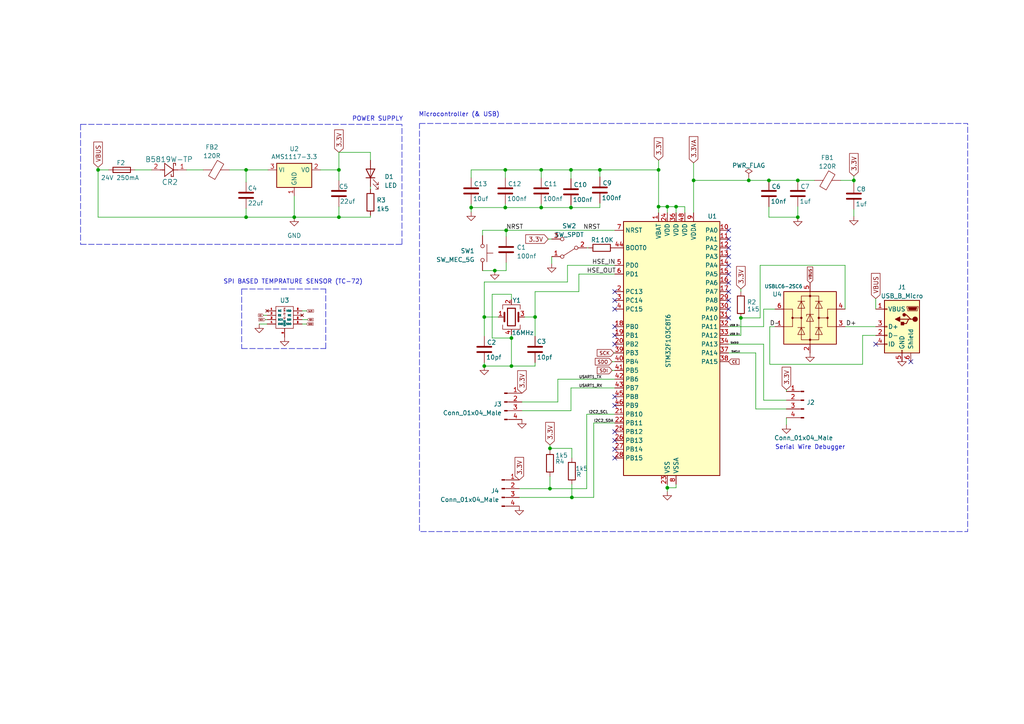
<source format=kicad_sch>
(kicad_sch (version 20230121) (generator eeschema)

  (uuid e5057d0c-4503-4bf9-8bb4-0d4eb6cba6f6)

  (paper "A4")

  (lib_symbols
    (symbol "Connector:Conn_01x04_Pin" (pin_names (offset 1.016) hide) (in_bom yes) (on_board yes)
      (property "Reference" "J" (at 0 5.08 0)
        (effects (font (size 1.27 1.27)))
      )
      (property "Value" "Conn_01x04_Pin" (at 0 -7.62 0)
        (effects (font (size 1.27 1.27)))
      )
      (property "Footprint" "" (at 0 0 0)
        (effects (font (size 1.27 1.27)) hide)
      )
      (property "Datasheet" "~" (at 0 0 0)
        (effects (font (size 1.27 1.27)) hide)
      )
      (property "ki_locked" "" (at 0 0 0)
        (effects (font (size 1.27 1.27)))
      )
      (property "ki_keywords" "connector" (at 0 0 0)
        (effects (font (size 1.27 1.27)) hide)
      )
      (property "ki_description" "Generic connector, single row, 01x04, script generated" (at 0 0 0)
        (effects (font (size 1.27 1.27)) hide)
      )
      (property "ki_fp_filters" "Connector*:*_1x??_*" (at 0 0 0)
        (effects (font (size 1.27 1.27)) hide)
      )
      (symbol "Conn_01x04_Pin_1_1"
        (polyline
          (pts
            (xy 1.27 -5.08)
            (xy 0.8636 -5.08)
          )
          (stroke (width 0.1524) (type default))
          (fill (type none))
        )
        (polyline
          (pts
            (xy 1.27 -2.54)
            (xy 0.8636 -2.54)
          )
          (stroke (width 0.1524) (type default))
          (fill (type none))
        )
        (polyline
          (pts
            (xy 1.27 0)
            (xy 0.8636 0)
          )
          (stroke (width 0.1524) (type default))
          (fill (type none))
        )
        (polyline
          (pts
            (xy 1.27 2.54)
            (xy 0.8636 2.54)
          )
          (stroke (width 0.1524) (type default))
          (fill (type none))
        )
        (rectangle (start 0.8636 -4.953) (end 0 -5.207)
          (stroke (width 0.1524) (type default))
          (fill (type outline))
        )
        (rectangle (start 0.8636 -2.413) (end 0 -2.667)
          (stroke (width 0.1524) (type default))
          (fill (type outline))
        )
        (rectangle (start 0.8636 0.127) (end 0 -0.127)
          (stroke (width 0.1524) (type default))
          (fill (type outline))
        )
        (rectangle (start 0.8636 2.667) (end 0 2.413)
          (stroke (width 0.1524) (type default))
          (fill (type outline))
        )
        (pin passive line (at 5.08 2.54 180) (length 3.81)
          (name "Pin_1" (effects (font (size 1.27 1.27))))
          (number "1" (effects (font (size 1.27 1.27))))
        )
        (pin passive line (at 5.08 0 180) (length 3.81)
          (name "Pin_2" (effects (font (size 1.27 1.27))))
          (number "2" (effects (font (size 1.27 1.27))))
        )
        (pin passive line (at 5.08 -2.54 180) (length 3.81)
          (name "Pin_3" (effects (font (size 1.27 1.27))))
          (number "3" (effects (font (size 1.27 1.27))))
        )
        (pin passive line (at 5.08 -5.08 180) (length 3.81)
          (name "Pin_4" (effects (font (size 1.27 1.27))))
          (number "4" (effects (font (size 1.27 1.27))))
        )
      )
    )
    (symbol "Connector:USB_B_Micro" (pin_names (offset 1.016)) (in_bom yes) (on_board yes)
      (property "Reference" "J" (at -5.08 11.43 0)
        (effects (font (size 1.27 1.27)) (justify left))
      )
      (property "Value" "USB_B_Micro" (at -5.08 8.89 0)
        (effects (font (size 1.27 1.27)) (justify left))
      )
      (property "Footprint" "" (at 3.81 -1.27 0)
        (effects (font (size 1.27 1.27)) hide)
      )
      (property "Datasheet" "~" (at 3.81 -1.27 0)
        (effects (font (size 1.27 1.27)) hide)
      )
      (property "ki_keywords" "connector USB micro" (at 0 0 0)
        (effects (font (size 1.27 1.27)) hide)
      )
      (property "ki_description" "USB Micro Type B connector" (at 0 0 0)
        (effects (font (size 1.27 1.27)) hide)
      )
      (property "ki_fp_filters" "USB*" (at 0 0 0)
        (effects (font (size 1.27 1.27)) hide)
      )
      (symbol "USB_B_Micro_0_1"
        (rectangle (start -5.08 -7.62) (end 5.08 7.62)
          (stroke (width 0.254) (type default))
          (fill (type background))
        )
        (circle (center -3.81 2.159) (radius 0.635)
          (stroke (width 0.254) (type default))
          (fill (type outline))
        )
        (circle (center -0.635 3.429) (radius 0.381)
          (stroke (width 0.254) (type default))
          (fill (type outline))
        )
        (rectangle (start -0.127 -7.62) (end 0.127 -6.858)
          (stroke (width 0) (type default))
          (fill (type none))
        )
        (polyline
          (pts
            (xy -1.905 2.159)
            (xy 0.635 2.159)
          )
          (stroke (width 0.254) (type default))
          (fill (type none))
        )
        (polyline
          (pts
            (xy -3.175 2.159)
            (xy -2.54 2.159)
            (xy -1.27 3.429)
            (xy -0.635 3.429)
          )
          (stroke (width 0.254) (type default))
          (fill (type none))
        )
        (polyline
          (pts
            (xy -2.54 2.159)
            (xy -1.905 2.159)
            (xy -1.27 0.889)
            (xy 0 0.889)
          )
          (stroke (width 0.254) (type default))
          (fill (type none))
        )
        (polyline
          (pts
            (xy 0.635 2.794)
            (xy 0.635 1.524)
            (xy 1.905 2.159)
            (xy 0.635 2.794)
          )
          (stroke (width 0.254) (type default))
          (fill (type outline))
        )
        (polyline
          (pts
            (xy -4.318 5.588)
            (xy -1.778 5.588)
            (xy -2.032 4.826)
            (xy -4.064 4.826)
            (xy -4.318 5.588)
          )
          (stroke (width 0) (type default))
          (fill (type outline))
        )
        (polyline
          (pts
            (xy -4.699 5.842)
            (xy -4.699 5.588)
            (xy -4.445 4.826)
            (xy -4.445 4.572)
            (xy -1.651 4.572)
            (xy -1.651 4.826)
            (xy -1.397 5.588)
            (xy -1.397 5.842)
            (xy -4.699 5.842)
          )
          (stroke (width 0) (type default))
          (fill (type none))
        )
        (rectangle (start 0.254 1.27) (end -0.508 0.508)
          (stroke (width 0.254) (type default))
          (fill (type outline))
        )
        (rectangle (start 5.08 -5.207) (end 4.318 -4.953)
          (stroke (width 0) (type default))
          (fill (type none))
        )
        (rectangle (start 5.08 -2.667) (end 4.318 -2.413)
          (stroke (width 0) (type default))
          (fill (type none))
        )
        (rectangle (start 5.08 -0.127) (end 4.318 0.127)
          (stroke (width 0) (type default))
          (fill (type none))
        )
        (rectangle (start 5.08 4.953) (end 4.318 5.207)
          (stroke (width 0) (type default))
          (fill (type none))
        )
      )
      (symbol "USB_B_Micro_1_1"
        (pin power_out line (at 7.62 5.08 180) (length 2.54)
          (name "VBUS" (effects (font (size 1.27 1.27))))
          (number "1" (effects (font (size 1.27 1.27))))
        )
        (pin bidirectional line (at 7.62 -2.54 180) (length 2.54)
          (name "D-" (effects (font (size 1.27 1.27))))
          (number "2" (effects (font (size 1.27 1.27))))
        )
        (pin bidirectional line (at 7.62 0 180) (length 2.54)
          (name "D+" (effects (font (size 1.27 1.27))))
          (number "3" (effects (font (size 1.27 1.27))))
        )
        (pin passive line (at 7.62 -5.08 180) (length 2.54)
          (name "ID" (effects (font (size 1.27 1.27))))
          (number "4" (effects (font (size 1.27 1.27))))
        )
        (pin power_out line (at 0 -10.16 90) (length 2.54)
          (name "GND" (effects (font (size 1.27 1.27))))
          (number "5" (effects (font (size 1.27 1.27))))
        )
        (pin passive line (at -2.54 -10.16 90) (length 2.54)
          (name "Shield" (effects (font (size 1.27 1.27))))
          (number "6" (effects (font (size 1.27 1.27))))
        )
      )
    )
    (symbol "Device:C" (pin_numbers hide) (pin_names (offset 0.254)) (in_bom yes) (on_board yes)
      (property "Reference" "C" (at 0.635 2.54 0)
        (effects (font (size 1.27 1.27)) (justify left))
      )
      (property "Value" "C" (at 0.635 -2.54 0)
        (effects (font (size 1.27 1.27)) (justify left))
      )
      (property "Footprint" "" (at 0.9652 -3.81 0)
        (effects (font (size 1.27 1.27)) hide)
      )
      (property "Datasheet" "~" (at 0 0 0)
        (effects (font (size 1.27 1.27)) hide)
      )
      (property "ki_keywords" "cap capacitor" (at 0 0 0)
        (effects (font (size 1.27 1.27)) hide)
      )
      (property "ki_description" "Unpolarized capacitor" (at 0 0 0)
        (effects (font (size 1.27 1.27)) hide)
      )
      (property "ki_fp_filters" "C_*" (at 0 0 0)
        (effects (font (size 1.27 1.27)) hide)
      )
      (symbol "C_0_1"
        (polyline
          (pts
            (xy -2.032 -0.762)
            (xy 2.032 -0.762)
          )
          (stroke (width 0.508) (type default))
          (fill (type none))
        )
        (polyline
          (pts
            (xy -2.032 0.762)
            (xy 2.032 0.762)
          )
          (stroke (width 0.508) (type default))
          (fill (type none))
        )
      )
      (symbol "C_1_1"
        (pin passive line (at 0 3.81 270) (length 2.794)
          (name "~" (effects (font (size 1.27 1.27))))
          (number "1" (effects (font (size 1.27 1.27))))
        )
        (pin passive line (at 0 -3.81 90) (length 2.794)
          (name "~" (effects (font (size 1.27 1.27))))
          (number "2" (effects (font (size 1.27 1.27))))
        )
      )
    )
    (symbol "Device:Crystal_GND24" (pin_names (offset 1.016) hide) (in_bom yes) (on_board yes)
      (property "Reference" "Y" (at 3.175 5.08 0)
        (effects (font (size 1.27 1.27)) (justify left))
      )
      (property "Value" "Crystal_GND24" (at 3.175 3.175 0)
        (effects (font (size 1.27 1.27)) (justify left))
      )
      (property "Footprint" "" (at 0 0 0)
        (effects (font (size 1.27 1.27)) hide)
      )
      (property "Datasheet" "~" (at 0 0 0)
        (effects (font (size 1.27 1.27)) hide)
      )
      (property "ki_keywords" "quartz ceramic resonator oscillator" (at 0 0 0)
        (effects (font (size 1.27 1.27)) hide)
      )
      (property "ki_description" "Four pin crystal, GND on pins 2 and 4" (at 0 0 0)
        (effects (font (size 1.27 1.27)) hide)
      )
      (property "ki_fp_filters" "Crystal*" (at 0 0 0)
        (effects (font (size 1.27 1.27)) hide)
      )
      (symbol "Crystal_GND24_0_1"
        (rectangle (start -1.143 2.54) (end 1.143 -2.54)
          (stroke (width 0.3048) (type default))
          (fill (type none))
        )
        (polyline
          (pts
            (xy -2.54 0)
            (xy -2.032 0)
          )
          (stroke (width 0) (type default))
          (fill (type none))
        )
        (polyline
          (pts
            (xy -2.032 -1.27)
            (xy -2.032 1.27)
          )
          (stroke (width 0.508) (type default))
          (fill (type none))
        )
        (polyline
          (pts
            (xy 0 -3.81)
            (xy 0 -3.556)
          )
          (stroke (width 0) (type default))
          (fill (type none))
        )
        (polyline
          (pts
            (xy 0 3.556)
            (xy 0 3.81)
          )
          (stroke (width 0) (type default))
          (fill (type none))
        )
        (polyline
          (pts
            (xy 2.032 -1.27)
            (xy 2.032 1.27)
          )
          (stroke (width 0.508) (type default))
          (fill (type none))
        )
        (polyline
          (pts
            (xy 2.032 0)
            (xy 2.54 0)
          )
          (stroke (width 0) (type default))
          (fill (type none))
        )
        (polyline
          (pts
            (xy -2.54 -2.286)
            (xy -2.54 -3.556)
            (xy 2.54 -3.556)
            (xy 2.54 -2.286)
          )
          (stroke (width 0) (type default))
          (fill (type none))
        )
        (polyline
          (pts
            (xy -2.54 2.286)
            (xy -2.54 3.556)
            (xy 2.54 3.556)
            (xy 2.54 2.286)
          )
          (stroke (width 0) (type default))
          (fill (type none))
        )
      )
      (symbol "Crystal_GND24_1_1"
        (pin passive line (at -3.81 0 0) (length 1.27)
          (name "1" (effects (font (size 1.27 1.27))))
          (number "1" (effects (font (size 1.27 1.27))))
        )
        (pin passive line (at 0 5.08 270) (length 1.27)
          (name "2" (effects (font (size 1.27 1.27))))
          (number "2" (effects (font (size 1.27 1.27))))
        )
        (pin passive line (at 3.81 0 180) (length 1.27)
          (name "3" (effects (font (size 1.27 1.27))))
          (number "3" (effects (font (size 1.27 1.27))))
        )
        (pin passive line (at 0 -5.08 90) (length 1.27)
          (name "4" (effects (font (size 1.27 1.27))))
          (number "4" (effects (font (size 1.27 1.27))))
        )
      )
    )
    (symbol "Device:FerriteBead" (pin_numbers hide) (pin_names (offset 0)) (in_bom yes) (on_board yes)
      (property "Reference" "FB" (at -3.81 0.635 90)
        (effects (font (size 1.27 1.27)))
      )
      (property "Value" "FerriteBead" (at 3.81 0 90)
        (effects (font (size 1.27 1.27)))
      )
      (property "Footprint" "" (at -1.778 0 90)
        (effects (font (size 1.27 1.27)) hide)
      )
      (property "Datasheet" "~" (at 0 0 0)
        (effects (font (size 1.27 1.27)) hide)
      )
      (property "ki_keywords" "L ferrite bead inductor filter" (at 0 0 0)
        (effects (font (size 1.27 1.27)) hide)
      )
      (property "ki_description" "Ferrite bead" (at 0 0 0)
        (effects (font (size 1.27 1.27)) hide)
      )
      (property "ki_fp_filters" "Inductor_* L_* *Ferrite*" (at 0 0 0)
        (effects (font (size 1.27 1.27)) hide)
      )
      (symbol "FerriteBead_0_1"
        (polyline
          (pts
            (xy 0 -1.27)
            (xy 0 -1.2192)
          )
          (stroke (width 0) (type default))
          (fill (type none))
        )
        (polyline
          (pts
            (xy 0 1.27)
            (xy 0 1.2954)
          )
          (stroke (width 0) (type default))
          (fill (type none))
        )
        (polyline
          (pts
            (xy -2.7686 0.4064)
            (xy -1.7018 2.2606)
            (xy 2.7686 -0.3048)
            (xy 1.6764 -2.159)
            (xy -2.7686 0.4064)
          )
          (stroke (width 0) (type default))
          (fill (type none))
        )
      )
      (symbol "FerriteBead_1_1"
        (pin passive line (at 0 3.81 270) (length 2.54)
          (name "~" (effects (font (size 1.27 1.27))))
          (number "1" (effects (font (size 1.27 1.27))))
        )
        (pin passive line (at 0 -3.81 90) (length 2.54)
          (name "~" (effects (font (size 1.27 1.27))))
          (number "2" (effects (font (size 1.27 1.27))))
        )
      )
    )
    (symbol "Device:Fuse" (pin_numbers hide) (pin_names (offset 0)) (in_bom yes) (on_board yes)
      (property "Reference" "F" (at 2.032 0 90)
        (effects (font (size 1.27 1.27)))
      )
      (property "Value" "Fuse" (at -1.905 0 90)
        (effects (font (size 1.27 1.27)))
      )
      (property "Footprint" "" (at -1.778 0 90)
        (effects (font (size 1.27 1.27)) hide)
      )
      (property "Datasheet" "~" (at 0 0 0)
        (effects (font (size 1.27 1.27)) hide)
      )
      (property "ki_keywords" "fuse" (at 0 0 0)
        (effects (font (size 1.27 1.27)) hide)
      )
      (property "ki_description" "Fuse" (at 0 0 0)
        (effects (font (size 1.27 1.27)) hide)
      )
      (property "ki_fp_filters" "*Fuse*" (at 0 0 0)
        (effects (font (size 1.27 1.27)) hide)
      )
      (symbol "Fuse_0_1"
        (rectangle (start -0.762 -2.54) (end 0.762 2.54)
          (stroke (width 0.254) (type default))
          (fill (type none))
        )
        (polyline
          (pts
            (xy 0 2.54)
            (xy 0 -2.54)
          )
          (stroke (width 0) (type default))
          (fill (type none))
        )
      )
      (symbol "Fuse_1_1"
        (pin passive line (at 0 3.81 270) (length 1.27)
          (name "~" (effects (font (size 1.27 1.27))))
          (number "1" (effects (font (size 1.27 1.27))))
        )
        (pin passive line (at 0 -3.81 90) (length 1.27)
          (name "~" (effects (font (size 1.27 1.27))))
          (number "2" (effects (font (size 1.27 1.27))))
        )
      )
    )
    (symbol "Device:LED" (pin_numbers hide) (pin_names (offset 1.016) hide) (in_bom yes) (on_board yes)
      (property "Reference" "D" (at 0 2.54 0)
        (effects (font (size 1.27 1.27)))
      )
      (property "Value" "LED" (at 0 -2.54 0)
        (effects (font (size 1.27 1.27)))
      )
      (property "Footprint" "" (at 0 0 0)
        (effects (font (size 1.27 1.27)) hide)
      )
      (property "Datasheet" "~" (at 0 0 0)
        (effects (font (size 1.27 1.27)) hide)
      )
      (property "ki_keywords" "LED diode" (at 0 0 0)
        (effects (font (size 1.27 1.27)) hide)
      )
      (property "ki_description" "Light emitting diode" (at 0 0 0)
        (effects (font (size 1.27 1.27)) hide)
      )
      (property "ki_fp_filters" "LED* LED_SMD:* LED_THT:*" (at 0 0 0)
        (effects (font (size 1.27 1.27)) hide)
      )
      (symbol "LED_0_1"
        (polyline
          (pts
            (xy -1.27 -1.27)
            (xy -1.27 1.27)
          )
          (stroke (width 0.254) (type default))
          (fill (type none))
        )
        (polyline
          (pts
            (xy -1.27 0)
            (xy 1.27 0)
          )
          (stroke (width 0) (type default))
          (fill (type none))
        )
        (polyline
          (pts
            (xy 1.27 -1.27)
            (xy 1.27 1.27)
            (xy -1.27 0)
            (xy 1.27 -1.27)
          )
          (stroke (width 0.254) (type default))
          (fill (type none))
        )
        (polyline
          (pts
            (xy -3.048 -0.762)
            (xy -4.572 -2.286)
            (xy -3.81 -2.286)
            (xy -4.572 -2.286)
            (xy -4.572 -1.524)
          )
          (stroke (width 0) (type default))
          (fill (type none))
        )
        (polyline
          (pts
            (xy -1.778 -0.762)
            (xy -3.302 -2.286)
            (xy -2.54 -2.286)
            (xy -3.302 -2.286)
            (xy -3.302 -1.524)
          )
          (stroke (width 0) (type default))
          (fill (type none))
        )
      )
      (symbol "LED_1_1"
        (pin passive line (at -3.81 0 0) (length 2.54)
          (name "K" (effects (font (size 1.27 1.27))))
          (number "1" (effects (font (size 1.27 1.27))))
        )
        (pin passive line (at 3.81 0 180) (length 2.54)
          (name "A" (effects (font (size 1.27 1.27))))
          (number "2" (effects (font (size 1.27 1.27))))
        )
      )
    )
    (symbol "Device:R" (pin_numbers hide) (pin_names (offset 0)) (in_bom yes) (on_board yes)
      (property "Reference" "R" (at 2.032 0 90)
        (effects (font (size 1.27 1.27)))
      )
      (property "Value" "R" (at 0 0 90)
        (effects (font (size 1.27 1.27)))
      )
      (property "Footprint" "" (at -1.778 0 90)
        (effects (font (size 1.27 1.27)) hide)
      )
      (property "Datasheet" "~" (at 0 0 0)
        (effects (font (size 1.27 1.27)) hide)
      )
      (property "ki_keywords" "R res resistor" (at 0 0 0)
        (effects (font (size 1.27 1.27)) hide)
      )
      (property "ki_description" "Resistor" (at 0 0 0)
        (effects (font (size 1.27 1.27)) hide)
      )
      (property "ki_fp_filters" "R_*" (at 0 0 0)
        (effects (font (size 1.27 1.27)) hide)
      )
      (symbol "R_0_1"
        (rectangle (start -1.016 -2.54) (end 1.016 2.54)
          (stroke (width 0.254) (type default))
          (fill (type none))
        )
      )
      (symbol "R_1_1"
        (pin passive line (at 0 3.81 270) (length 1.27)
          (name "~" (effects (font (size 1.27 1.27))))
          (number "1" (effects (font (size 1.27 1.27))))
        )
        (pin passive line (at 0 -3.81 90) (length 1.27)
          (name "~" (effects (font (size 1.27 1.27))))
          (number "2" (effects (font (size 1.27 1.27))))
        )
      )
    )
    (symbol "MCU_ST_STM32F1:STM32F103C8Tx" (in_bom yes) (on_board yes)
      (property "Reference" "U" (at -12.7 39.37 0)
        (effects (font (size 1.27 1.27)) (justify left))
      )
      (property "Value" "STM32F103C8Tx" (at 10.16 39.37 0)
        (effects (font (size 1.27 1.27)) (justify left))
      )
      (property "Footprint" "Package_QFP:LQFP-48_7x7mm_P0.5mm" (at -12.7 -35.56 0)
        (effects (font (size 1.27 1.27)) (justify right) hide)
      )
      (property "Datasheet" "https://www.st.com/resource/en/datasheet/stm32f103c8.pdf" (at 0 0 0)
        (effects (font (size 1.27 1.27)) hide)
      )
      (property "ki_locked" "" (at 0 0 0)
        (effects (font (size 1.27 1.27)))
      )
      (property "ki_keywords" "Arm Cortex-M3 STM32F1 STM32F103" (at 0 0 0)
        (effects (font (size 1.27 1.27)) hide)
      )
      (property "ki_description" "STMicroelectronics Arm Cortex-M3 MCU, 64KB flash, 20KB RAM, 72 MHz, 2.0-3.6V, 37 GPIO, LQFP48" (at 0 0 0)
        (effects (font (size 1.27 1.27)) hide)
      )
      (property "ki_fp_filters" "LQFP*7x7mm*P0.5mm*" (at 0 0 0)
        (effects (font (size 1.27 1.27)) hide)
      )
      (symbol "STM32F103C8Tx_0_1"
        (rectangle (start -12.7 -35.56) (end 15.24 38.1)
          (stroke (width 0.254) (type default))
          (fill (type background))
        )
      )
      (symbol "STM32F103C8Tx_1_1"
        (pin power_in line (at -2.54 40.64 270) (length 2.54)
          (name "VBAT" (effects (font (size 1.27 1.27))))
          (number "1" (effects (font (size 1.27 1.27))))
        )
        (pin bidirectional line (at 17.78 35.56 180) (length 2.54)
          (name "PA0" (effects (font (size 1.27 1.27))))
          (number "10" (effects (font (size 1.27 1.27))))
          (alternate "ADC1_IN0" bidirectional line)
          (alternate "ADC2_IN0" bidirectional line)
          (alternate "SYS_WKUP" bidirectional line)
          (alternate "TIM2_CH1" bidirectional line)
          (alternate "TIM2_ETR" bidirectional line)
          (alternate "USART2_CTS" bidirectional line)
        )
        (pin bidirectional line (at 17.78 33.02 180) (length 2.54)
          (name "PA1" (effects (font (size 1.27 1.27))))
          (number "11" (effects (font (size 1.27 1.27))))
          (alternate "ADC1_IN1" bidirectional line)
          (alternate "ADC2_IN1" bidirectional line)
          (alternate "TIM2_CH2" bidirectional line)
          (alternate "USART2_RTS" bidirectional line)
        )
        (pin bidirectional line (at 17.78 30.48 180) (length 2.54)
          (name "PA2" (effects (font (size 1.27 1.27))))
          (number "12" (effects (font (size 1.27 1.27))))
          (alternate "ADC1_IN2" bidirectional line)
          (alternate "ADC2_IN2" bidirectional line)
          (alternate "TIM2_CH3" bidirectional line)
          (alternate "USART2_TX" bidirectional line)
        )
        (pin bidirectional line (at 17.78 27.94 180) (length 2.54)
          (name "PA3" (effects (font (size 1.27 1.27))))
          (number "13" (effects (font (size 1.27 1.27))))
          (alternate "ADC1_IN3" bidirectional line)
          (alternate "ADC2_IN3" bidirectional line)
          (alternate "TIM2_CH4" bidirectional line)
          (alternate "USART2_RX" bidirectional line)
        )
        (pin bidirectional line (at 17.78 25.4 180) (length 2.54)
          (name "PA4" (effects (font (size 1.27 1.27))))
          (number "14" (effects (font (size 1.27 1.27))))
          (alternate "ADC1_IN4" bidirectional line)
          (alternate "ADC2_IN4" bidirectional line)
          (alternate "SPI1_NSS" bidirectional line)
          (alternate "USART2_CK" bidirectional line)
        )
        (pin bidirectional line (at 17.78 22.86 180) (length 2.54)
          (name "PA5" (effects (font (size 1.27 1.27))))
          (number "15" (effects (font (size 1.27 1.27))))
          (alternate "ADC1_IN5" bidirectional line)
          (alternate "ADC2_IN5" bidirectional line)
          (alternate "SPI1_SCK" bidirectional line)
        )
        (pin bidirectional line (at 17.78 20.32 180) (length 2.54)
          (name "PA6" (effects (font (size 1.27 1.27))))
          (number "16" (effects (font (size 1.27 1.27))))
          (alternate "ADC1_IN6" bidirectional line)
          (alternate "ADC2_IN6" bidirectional line)
          (alternate "SPI1_MISO" bidirectional line)
          (alternate "TIM1_BKIN" bidirectional line)
          (alternate "TIM3_CH1" bidirectional line)
        )
        (pin bidirectional line (at 17.78 17.78 180) (length 2.54)
          (name "PA7" (effects (font (size 1.27 1.27))))
          (number "17" (effects (font (size 1.27 1.27))))
          (alternate "ADC1_IN7" bidirectional line)
          (alternate "ADC2_IN7" bidirectional line)
          (alternate "SPI1_MOSI" bidirectional line)
          (alternate "TIM1_CH1N" bidirectional line)
          (alternate "TIM3_CH2" bidirectional line)
        )
        (pin bidirectional line (at -15.24 7.62 0) (length 2.54)
          (name "PB0" (effects (font (size 1.27 1.27))))
          (number "18" (effects (font (size 1.27 1.27))))
          (alternate "ADC1_IN8" bidirectional line)
          (alternate "ADC2_IN8" bidirectional line)
          (alternate "TIM1_CH2N" bidirectional line)
          (alternate "TIM3_CH3" bidirectional line)
        )
        (pin bidirectional line (at -15.24 5.08 0) (length 2.54)
          (name "PB1" (effects (font (size 1.27 1.27))))
          (number "19" (effects (font (size 1.27 1.27))))
          (alternate "ADC1_IN9" bidirectional line)
          (alternate "ADC2_IN9" bidirectional line)
          (alternate "TIM1_CH3N" bidirectional line)
          (alternate "TIM3_CH4" bidirectional line)
        )
        (pin bidirectional line (at -15.24 17.78 0) (length 2.54)
          (name "PC13" (effects (font (size 1.27 1.27))))
          (number "2" (effects (font (size 1.27 1.27))))
          (alternate "RTC_OUT" bidirectional line)
          (alternate "RTC_TAMPER" bidirectional line)
        )
        (pin bidirectional line (at -15.24 2.54 0) (length 2.54)
          (name "PB2" (effects (font (size 1.27 1.27))))
          (number "20" (effects (font (size 1.27 1.27))))
        )
        (pin bidirectional line (at -15.24 -17.78 0) (length 2.54)
          (name "PB10" (effects (font (size 1.27 1.27))))
          (number "21" (effects (font (size 1.27 1.27))))
          (alternate "I2C2_SCL" bidirectional line)
          (alternate "TIM2_CH3" bidirectional line)
          (alternate "USART3_TX" bidirectional line)
        )
        (pin bidirectional line (at -15.24 -20.32 0) (length 2.54)
          (name "PB11" (effects (font (size 1.27 1.27))))
          (number "22" (effects (font (size 1.27 1.27))))
          (alternate "ADC1_EXTI11" bidirectional line)
          (alternate "ADC2_EXTI11" bidirectional line)
          (alternate "I2C2_SDA" bidirectional line)
          (alternate "TIM2_CH4" bidirectional line)
          (alternate "USART3_RX" bidirectional line)
        )
        (pin power_in line (at 0 -38.1 90) (length 2.54)
          (name "VSS" (effects (font (size 1.27 1.27))))
          (number "23" (effects (font (size 1.27 1.27))))
        )
        (pin power_in line (at 0 40.64 270) (length 2.54)
          (name "VDD" (effects (font (size 1.27 1.27))))
          (number "24" (effects (font (size 1.27 1.27))))
        )
        (pin bidirectional line (at -15.24 -22.86 0) (length 2.54)
          (name "PB12" (effects (font (size 1.27 1.27))))
          (number "25" (effects (font (size 1.27 1.27))))
          (alternate "I2C2_SMBA" bidirectional line)
          (alternate "SPI2_NSS" bidirectional line)
          (alternate "TIM1_BKIN" bidirectional line)
          (alternate "USART3_CK" bidirectional line)
        )
        (pin bidirectional line (at -15.24 -25.4 0) (length 2.54)
          (name "PB13" (effects (font (size 1.27 1.27))))
          (number "26" (effects (font (size 1.27 1.27))))
          (alternate "SPI2_SCK" bidirectional line)
          (alternate "TIM1_CH1N" bidirectional line)
          (alternate "USART3_CTS" bidirectional line)
        )
        (pin bidirectional line (at -15.24 -27.94 0) (length 2.54)
          (name "PB14" (effects (font (size 1.27 1.27))))
          (number "27" (effects (font (size 1.27 1.27))))
          (alternate "SPI2_MISO" bidirectional line)
          (alternate "TIM1_CH2N" bidirectional line)
          (alternate "USART3_RTS" bidirectional line)
        )
        (pin bidirectional line (at -15.24 -30.48 0) (length 2.54)
          (name "PB15" (effects (font (size 1.27 1.27))))
          (number "28" (effects (font (size 1.27 1.27))))
          (alternate "ADC1_EXTI15" bidirectional line)
          (alternate "ADC2_EXTI15" bidirectional line)
          (alternate "SPI2_MOSI" bidirectional line)
          (alternate "TIM1_CH3N" bidirectional line)
        )
        (pin bidirectional line (at 17.78 15.24 180) (length 2.54)
          (name "PA8" (effects (font (size 1.27 1.27))))
          (number "29" (effects (font (size 1.27 1.27))))
          (alternate "RCC_MCO" bidirectional line)
          (alternate "TIM1_CH1" bidirectional line)
          (alternate "USART1_CK" bidirectional line)
        )
        (pin bidirectional line (at -15.24 15.24 0) (length 2.54)
          (name "PC14" (effects (font (size 1.27 1.27))))
          (number "3" (effects (font (size 1.27 1.27))))
          (alternate "RCC_OSC32_IN" bidirectional line)
        )
        (pin bidirectional line (at 17.78 12.7 180) (length 2.54)
          (name "PA9" (effects (font (size 1.27 1.27))))
          (number "30" (effects (font (size 1.27 1.27))))
          (alternate "TIM1_CH2" bidirectional line)
          (alternate "USART1_TX" bidirectional line)
        )
        (pin bidirectional line (at 17.78 10.16 180) (length 2.54)
          (name "PA10" (effects (font (size 1.27 1.27))))
          (number "31" (effects (font (size 1.27 1.27))))
          (alternate "TIM1_CH3" bidirectional line)
          (alternate "USART1_RX" bidirectional line)
        )
        (pin bidirectional line (at 17.78 7.62 180) (length 2.54)
          (name "PA11" (effects (font (size 1.27 1.27))))
          (number "32" (effects (font (size 1.27 1.27))))
          (alternate "ADC1_EXTI11" bidirectional line)
          (alternate "ADC2_EXTI11" bidirectional line)
          (alternate "CAN_RX" bidirectional line)
          (alternate "TIM1_CH4" bidirectional line)
          (alternate "USART1_CTS" bidirectional line)
          (alternate "USB_DM" bidirectional line)
        )
        (pin bidirectional line (at 17.78 5.08 180) (length 2.54)
          (name "PA12" (effects (font (size 1.27 1.27))))
          (number "33" (effects (font (size 1.27 1.27))))
          (alternate "CAN_TX" bidirectional line)
          (alternate "TIM1_ETR" bidirectional line)
          (alternate "USART1_RTS" bidirectional line)
          (alternate "USB_DP" bidirectional line)
        )
        (pin bidirectional line (at 17.78 2.54 180) (length 2.54)
          (name "PA13" (effects (font (size 1.27 1.27))))
          (number "34" (effects (font (size 1.27 1.27))))
          (alternate "SYS_JTMS-SWDIO" bidirectional line)
        )
        (pin passive line (at 0 -38.1 90) (length 2.54) hide
          (name "VSS" (effects (font (size 1.27 1.27))))
          (number "35" (effects (font (size 1.27 1.27))))
        )
        (pin power_in line (at 2.54 40.64 270) (length 2.54)
          (name "VDD" (effects (font (size 1.27 1.27))))
          (number "36" (effects (font (size 1.27 1.27))))
        )
        (pin bidirectional line (at 17.78 0 180) (length 2.54)
          (name "PA14" (effects (font (size 1.27 1.27))))
          (number "37" (effects (font (size 1.27 1.27))))
          (alternate "SYS_JTCK-SWCLK" bidirectional line)
        )
        (pin bidirectional line (at 17.78 -2.54 180) (length 2.54)
          (name "PA15" (effects (font (size 1.27 1.27))))
          (number "38" (effects (font (size 1.27 1.27))))
          (alternate "ADC1_EXTI15" bidirectional line)
          (alternate "ADC2_EXTI15" bidirectional line)
          (alternate "SPI1_NSS" bidirectional line)
          (alternate "SYS_JTDI" bidirectional line)
          (alternate "TIM2_CH1" bidirectional line)
          (alternate "TIM2_ETR" bidirectional line)
        )
        (pin bidirectional line (at -15.24 0 0) (length 2.54)
          (name "PB3" (effects (font (size 1.27 1.27))))
          (number "39" (effects (font (size 1.27 1.27))))
          (alternate "SPI1_SCK" bidirectional line)
          (alternate "SYS_JTDO-TRACESWO" bidirectional line)
          (alternate "TIM2_CH2" bidirectional line)
        )
        (pin bidirectional line (at -15.24 12.7 0) (length 2.54)
          (name "PC15" (effects (font (size 1.27 1.27))))
          (number "4" (effects (font (size 1.27 1.27))))
          (alternate "ADC1_EXTI15" bidirectional line)
          (alternate "ADC2_EXTI15" bidirectional line)
          (alternate "RCC_OSC32_OUT" bidirectional line)
        )
        (pin bidirectional line (at -15.24 -2.54 0) (length 2.54)
          (name "PB4" (effects (font (size 1.27 1.27))))
          (number "40" (effects (font (size 1.27 1.27))))
          (alternate "SPI1_MISO" bidirectional line)
          (alternate "SYS_NJTRST" bidirectional line)
          (alternate "TIM3_CH1" bidirectional line)
        )
        (pin bidirectional line (at -15.24 -5.08 0) (length 2.54)
          (name "PB5" (effects (font (size 1.27 1.27))))
          (number "41" (effects (font (size 1.27 1.27))))
          (alternate "I2C1_SMBA" bidirectional line)
          (alternate "SPI1_MOSI" bidirectional line)
          (alternate "TIM3_CH2" bidirectional line)
        )
        (pin bidirectional line (at -15.24 -7.62 0) (length 2.54)
          (name "PB6" (effects (font (size 1.27 1.27))))
          (number "42" (effects (font (size 1.27 1.27))))
          (alternate "I2C1_SCL" bidirectional line)
          (alternate "TIM4_CH1" bidirectional line)
          (alternate "USART1_TX" bidirectional line)
        )
        (pin bidirectional line (at -15.24 -10.16 0) (length 2.54)
          (name "PB7" (effects (font (size 1.27 1.27))))
          (number "43" (effects (font (size 1.27 1.27))))
          (alternate "I2C1_SDA" bidirectional line)
          (alternate "TIM4_CH2" bidirectional line)
          (alternate "USART1_RX" bidirectional line)
        )
        (pin input line (at -15.24 30.48 0) (length 2.54)
          (name "BOOT0" (effects (font (size 1.27 1.27))))
          (number "44" (effects (font (size 1.27 1.27))))
        )
        (pin bidirectional line (at -15.24 -12.7 0) (length 2.54)
          (name "PB8" (effects (font (size 1.27 1.27))))
          (number "45" (effects (font (size 1.27 1.27))))
          (alternate "CAN_RX" bidirectional line)
          (alternate "I2C1_SCL" bidirectional line)
          (alternate "TIM4_CH3" bidirectional line)
        )
        (pin bidirectional line (at -15.24 -15.24 0) (length 2.54)
          (name "PB9" (effects (font (size 1.27 1.27))))
          (number "46" (effects (font (size 1.27 1.27))))
          (alternate "CAN_TX" bidirectional line)
          (alternate "I2C1_SDA" bidirectional line)
          (alternate "TIM4_CH4" bidirectional line)
        )
        (pin passive line (at 0 -38.1 90) (length 2.54) hide
          (name "VSS" (effects (font (size 1.27 1.27))))
          (number "47" (effects (font (size 1.27 1.27))))
        )
        (pin power_in line (at 5.08 40.64 270) (length 2.54)
          (name "VDD" (effects (font (size 1.27 1.27))))
          (number "48" (effects (font (size 1.27 1.27))))
        )
        (pin bidirectional line (at -15.24 25.4 0) (length 2.54)
          (name "PD0" (effects (font (size 1.27 1.27))))
          (number "5" (effects (font (size 1.27 1.27))))
          (alternate "RCC_OSC_IN" bidirectional line)
        )
        (pin bidirectional line (at -15.24 22.86 0) (length 2.54)
          (name "PD1" (effects (font (size 1.27 1.27))))
          (number "6" (effects (font (size 1.27 1.27))))
          (alternate "RCC_OSC_OUT" bidirectional line)
        )
        (pin input line (at -15.24 35.56 0) (length 2.54)
          (name "NRST" (effects (font (size 1.27 1.27))))
          (number "7" (effects (font (size 1.27 1.27))))
        )
        (pin power_in line (at 2.54 -38.1 90) (length 2.54)
          (name "VSSA" (effects (font (size 1.27 1.27))))
          (number "8" (effects (font (size 1.27 1.27))))
        )
        (pin power_in line (at 7.62 40.64 270) (length 2.54)
          (name "VDDA" (effects (font (size 1.27 1.27))))
          (number "9" (effects (font (size 1.27 1.27))))
        )
      )
    )
    (symbol "New_Library:B5819W-TP" (pin_names (offset 0.254)) (in_bom yes) (on_board yes)
      (property "Reference" "CR" (at 16.51 4.318 0)
        (effects (font (size 1.524 1.524)))
      )
      (property "Value" "B5819W-TP" (at 5.08 -3.81 0)
        (effects (font (size 1.524 1.524)))
      )
      (property "Footprint" "SDO_SOD-123_MCC" (at 9.652 -6.096 0)
        (effects (font (size 1.27 1.27) italic) hide)
      )
      (property "Datasheet" "B5819W-TP" (at 5.842 3.81 0)
        (effects (font (size 1.27 1.27) italic) hide)
      )
      (property "ki_locked" "" (at 0 0 0)
        (effects (font (size 1.27 1.27)))
      )
      (property "ki_keywords" "B5819W-TP" (at 0 0 0)
        (effects (font (size 1.27 1.27)) hide)
      )
      (property "ki_fp_filters" "SDO_SOD-123_MCC SDO_SOD-123_MCC-M SDO_SOD-123_MCC-L" (at 0 0 0)
        (effects (font (size 1.27 1.27)) hide)
      )
      (symbol "B5819W-TP_0_1"
        (polyline
          (pts
            (xy 2.54 0)
            (xy 3.4798 0)
          )
          (stroke (width 0.2032) (type default))
          (fill (type none))
        )
        (polyline
          (pts
            (xy 3.175 0)
            (xy 3.81 0)
          )
          (stroke (width 0.2032) (type default))
          (fill (type none))
        )
        (polyline
          (pts
            (xy 3.81 -1.905)
            (xy 6.35 0)
          )
          (stroke (width 0.2032) (type default))
          (fill (type none))
        )
        (polyline
          (pts
            (xy 3.81 1.905)
            (xy 3.81 -1.905)
          )
          (stroke (width 0.2032) (type default))
          (fill (type none))
        )
        (polyline
          (pts
            (xy 5.715 -1.905)
            (xy 5.715 -1.27)
          )
          (stroke (width 0.2032) (type default))
          (fill (type none))
        )
        (polyline
          (pts
            (xy 6.35 -1.905)
            (xy 5.715 -1.905)
          )
          (stroke (width 0.2032) (type default))
          (fill (type none))
        )
        (polyline
          (pts
            (xy 6.35 -1.905)
            (xy 6.35 1.905)
          )
          (stroke (width 0.2032) (type default))
          (fill (type none))
        )
        (polyline
          (pts
            (xy 6.35 0)
            (xy 3.81 1.905)
          )
          (stroke (width 0.2032) (type default))
          (fill (type none))
        )
        (polyline
          (pts
            (xy 6.35 0)
            (xy 7.62 0)
          )
          (stroke (width 0.2032) (type default))
          (fill (type none))
        )
        (polyline
          (pts
            (xy 6.35 1.905)
            (xy 6.985 1.905)
          )
          (stroke (width 0.2032) (type default))
          (fill (type none))
        )
        (polyline
          (pts
            (xy 6.985 1.905)
            (xy 6.985 1.27)
          )
          (stroke (width 0.2032) (type default))
          (fill (type none))
        )
        (pin unspecified line (at 10.16 0 180) (length 2.54)
          (name "" (effects (font (size 1.27 1.27))))
          (number "1" (effects (font (size 1.27 1.27))))
        )
        (pin unspecified line (at 0 0 0) (length 2.54)
          (name "" (effects (font (size 1.27 1.27))))
          (number "2" (effects (font (size 1.27 1.27))))
        )
      )
    )
    (symbol "Power_Protection:USBLC6-2SC6" (pin_names hide) (in_bom yes) (on_board yes)
      (property "Reference" "U" (at 2.54 8.89 0)
        (effects (font (size 1.27 1.27)) (justify left))
      )
      (property "Value" "USBLC6-2SC6" (at 2.54 -8.89 0)
        (effects (font (size 1.27 1.27)) (justify left))
      )
      (property "Footprint" "Package_TO_SOT_SMD:SOT-23-6" (at 0 -12.7 0)
        (effects (font (size 1.27 1.27)) hide)
      )
      (property "Datasheet" "https://www.st.com/resource/en/datasheet/usblc6-2.pdf" (at 5.08 8.89 0)
        (effects (font (size 1.27 1.27)) hide)
      )
      (property "ki_keywords" "usb ethernet video" (at 0 0 0)
        (effects (font (size 1.27 1.27)) hide)
      )
      (property "ki_description" "Very low capacitance ESD protection diode, 2 data-line, SOT-23-6" (at 0 0 0)
        (effects (font (size 1.27 1.27)) hide)
      )
      (property "ki_fp_filters" "SOT?23*" (at 0 0 0)
        (effects (font (size 1.27 1.27)) hide)
      )
      (symbol "USBLC6-2SC6_0_1"
        (rectangle (start -7.62 -7.62) (end 7.62 7.62)
          (stroke (width 0.254) (type default))
          (fill (type background))
        )
        (circle (center -5.08 0) (radius 0.254)
          (stroke (width 0) (type default))
          (fill (type outline))
        )
        (circle (center -2.54 0) (radius 0.254)
          (stroke (width 0) (type default))
          (fill (type outline))
        )
        (rectangle (start -2.54 6.35) (end 2.54 -6.35)
          (stroke (width 0) (type default))
          (fill (type none))
        )
        (circle (center 0 -6.35) (radius 0.254)
          (stroke (width 0) (type default))
          (fill (type outline))
        )
        (polyline
          (pts
            (xy -5.08 -2.54)
            (xy -7.62 -2.54)
          )
          (stroke (width 0) (type default))
          (fill (type none))
        )
        (polyline
          (pts
            (xy -5.08 0)
            (xy -5.08 -2.54)
          )
          (stroke (width 0) (type default))
          (fill (type none))
        )
        (polyline
          (pts
            (xy -5.08 2.54)
            (xy -7.62 2.54)
          )
          (stroke (width 0) (type default))
          (fill (type none))
        )
        (polyline
          (pts
            (xy -1.524 -2.794)
            (xy -3.556 -2.794)
          )
          (stroke (width 0) (type default))
          (fill (type none))
        )
        (polyline
          (pts
            (xy -1.524 4.826)
            (xy -3.556 4.826)
          )
          (stroke (width 0) (type default))
          (fill (type none))
        )
        (polyline
          (pts
            (xy 0 -7.62)
            (xy 0 -6.35)
          )
          (stroke (width 0) (type default))
          (fill (type none))
        )
        (polyline
          (pts
            (xy 0 -6.35)
            (xy 0 1.27)
          )
          (stroke (width 0) (type default))
          (fill (type none))
        )
        (polyline
          (pts
            (xy 0 1.27)
            (xy 0 6.35)
          )
          (stroke (width 0) (type default))
          (fill (type none))
        )
        (polyline
          (pts
            (xy 0 6.35)
            (xy 0 7.62)
          )
          (stroke (width 0) (type default))
          (fill (type none))
        )
        (polyline
          (pts
            (xy 1.524 -2.794)
            (xy 3.556 -2.794)
          )
          (stroke (width 0) (type default))
          (fill (type none))
        )
        (polyline
          (pts
            (xy 1.524 4.826)
            (xy 3.556 4.826)
          )
          (stroke (width 0) (type default))
          (fill (type none))
        )
        (polyline
          (pts
            (xy 5.08 -2.54)
            (xy 7.62 -2.54)
          )
          (stroke (width 0) (type default))
          (fill (type none))
        )
        (polyline
          (pts
            (xy 5.08 0)
            (xy 5.08 -2.54)
          )
          (stroke (width 0) (type default))
          (fill (type none))
        )
        (polyline
          (pts
            (xy 5.08 2.54)
            (xy 7.62 2.54)
          )
          (stroke (width 0) (type default))
          (fill (type none))
        )
        (polyline
          (pts
            (xy -2.54 0)
            (xy -5.08 0)
            (xy -5.08 2.54)
          )
          (stroke (width 0) (type default))
          (fill (type none))
        )
        (polyline
          (pts
            (xy 2.54 0)
            (xy 5.08 0)
            (xy 5.08 2.54)
          )
          (stroke (width 0) (type default))
          (fill (type none))
        )
        (polyline
          (pts
            (xy -3.556 -4.826)
            (xy -1.524 -4.826)
            (xy -2.54 -2.794)
            (xy -3.556 -4.826)
          )
          (stroke (width 0) (type default))
          (fill (type none))
        )
        (polyline
          (pts
            (xy -3.556 2.794)
            (xy -1.524 2.794)
            (xy -2.54 4.826)
            (xy -3.556 2.794)
          )
          (stroke (width 0) (type default))
          (fill (type none))
        )
        (polyline
          (pts
            (xy -1.016 -1.016)
            (xy 1.016 -1.016)
            (xy 0 1.016)
            (xy -1.016 -1.016)
          )
          (stroke (width 0) (type default))
          (fill (type none))
        )
        (polyline
          (pts
            (xy 1.016 1.016)
            (xy 0.762 1.016)
            (xy -1.016 1.016)
            (xy -1.016 0.508)
          )
          (stroke (width 0) (type default))
          (fill (type none))
        )
        (polyline
          (pts
            (xy 3.556 -4.826)
            (xy 1.524 -4.826)
            (xy 2.54 -2.794)
            (xy 3.556 -4.826)
          )
          (stroke (width 0) (type default))
          (fill (type none))
        )
        (polyline
          (pts
            (xy 3.556 2.794)
            (xy 1.524 2.794)
            (xy 2.54 4.826)
            (xy 3.556 2.794)
          )
          (stroke (width 0) (type default))
          (fill (type none))
        )
        (circle (center 0 6.35) (radius 0.254)
          (stroke (width 0) (type default))
          (fill (type outline))
        )
        (circle (center 2.54 0) (radius 0.254)
          (stroke (width 0) (type default))
          (fill (type outline))
        )
        (circle (center 5.08 0) (radius 0.254)
          (stroke (width 0) (type default))
          (fill (type outline))
        )
      )
      (symbol "USBLC6-2SC6_1_1"
        (pin passive line (at -10.16 -2.54 0) (length 2.54)
          (name "I/O1" (effects (font (size 1.27 1.27))))
          (number "1" (effects (font (size 1.27 1.27))))
        )
        (pin passive line (at 0 -10.16 90) (length 2.54)
          (name "GND" (effects (font (size 1.27 1.27))))
          (number "2" (effects (font (size 1.27 1.27))))
        )
        (pin passive line (at 10.16 -2.54 180) (length 2.54)
          (name "I/O2" (effects (font (size 1.27 1.27))))
          (number "3" (effects (font (size 1.27 1.27))))
        )
        (pin passive line (at 10.16 2.54 180) (length 2.54)
          (name "I/O2" (effects (font (size 1.27 1.27))))
          (number "4" (effects (font (size 1.27 1.27))))
        )
        (pin passive line (at 0 10.16 270) (length 2.54)
          (name "VBUS" (effects (font (size 1.27 1.27))))
          (number "5" (effects (font (size 1.27 1.27))))
        )
        (pin passive line (at -10.16 2.54 0) (length 2.54)
          (name "I/O1" (effects (font (size 1.27 1.27))))
          (number "6" (effects (font (size 1.27 1.27))))
        )
      )
    )
    (symbol "Regulator_Linear:AMS1117-3.3" (in_bom yes) (on_board yes)
      (property "Reference" "U" (at -3.81 3.175 0)
        (effects (font (size 1.27 1.27)))
      )
      (property "Value" "AMS1117-3.3" (at 0 3.175 0)
        (effects (font (size 1.27 1.27)) (justify left))
      )
      (property "Footprint" "Package_TO_SOT_SMD:SOT-223-3_TabPin2" (at 0 5.08 0)
        (effects (font (size 1.27 1.27)) hide)
      )
      (property "Datasheet" "http://www.advanced-monolithic.com/pdf/ds1117.pdf" (at 2.54 -6.35 0)
        (effects (font (size 1.27 1.27)) hide)
      )
      (property "ki_keywords" "linear regulator ldo fixed positive" (at 0 0 0)
        (effects (font (size 1.27 1.27)) hide)
      )
      (property "ki_description" "1A Low Dropout regulator, positive, 3.3V fixed output, SOT-223" (at 0 0 0)
        (effects (font (size 1.27 1.27)) hide)
      )
      (property "ki_fp_filters" "SOT?223*TabPin2*" (at 0 0 0)
        (effects (font (size 1.27 1.27)) hide)
      )
      (symbol "AMS1117-3.3_0_1"
        (rectangle (start -5.08 -5.08) (end 5.08 1.905)
          (stroke (width 0.254) (type default))
          (fill (type background))
        )
      )
      (symbol "AMS1117-3.3_1_1"
        (pin power_in line (at 0 -7.62 90) (length 2.54)
          (name "GND" (effects (font (size 1.27 1.27))))
          (number "1" (effects (font (size 1.27 1.27))))
        )
        (pin power_out line (at 7.62 0 180) (length 2.54)
          (name "VO" (effects (font (size 1.27 1.27))))
          (number "2" (effects (font (size 1.27 1.27))))
        )
        (pin power_in line (at -7.62 0 0) (length 2.54)
          (name "VI" (effects (font (size 1.27 1.27))))
          (number "3" (effects (font (size 1.27 1.27))))
        )
      )
    )
    (symbol "Switch:SW_MEC_5G" (pin_numbers hide) (pin_names (offset 1.016) hide) (in_bom yes) (on_board yes)
      (property "Reference" "SW" (at 1.27 2.54 0)
        (effects (font (size 1.27 1.27)) (justify left))
      )
      (property "Value" "SW_MEC_5G" (at 0 -1.524 0)
        (effects (font (size 1.27 1.27)))
      )
      (property "Footprint" "" (at 0 5.08 0)
        (effects (font (size 1.27 1.27)) hide)
      )
      (property "Datasheet" "http://www.apem.com/int/index.php?controller=attachment&id_attachment=488" (at 0 5.08 0)
        (effects (font (size 1.27 1.27)) hide)
      )
      (property "ki_keywords" "switch normally-open pushbutton push-button" (at 0 0 0)
        (effects (font (size 1.27 1.27)) hide)
      )
      (property "ki_description" "MEC 5G single pole normally-open tactile switch" (at 0 0 0)
        (effects (font (size 1.27 1.27)) hide)
      )
      (property "ki_fp_filters" "SW*MEC*5G*" (at 0 0 0)
        (effects (font (size 1.27 1.27)) hide)
      )
      (symbol "SW_MEC_5G_0_1"
        (circle (center -2.032 0) (radius 0.508)
          (stroke (width 0) (type default))
          (fill (type none))
        )
        (polyline
          (pts
            (xy 0 1.27)
            (xy 0 3.048)
          )
          (stroke (width 0) (type default))
          (fill (type none))
        )
        (polyline
          (pts
            (xy 2.54 1.27)
            (xy -2.54 1.27)
          )
          (stroke (width 0) (type default))
          (fill (type none))
        )
        (circle (center 2.032 0) (radius 0.508)
          (stroke (width 0) (type default))
          (fill (type none))
        )
        (pin passive line (at -5.08 0 0) (length 2.54)
          (name "A" (effects (font (size 1.27 1.27))))
          (number "1" (effects (font (size 1.27 1.27))))
        )
        (pin passive line (at 5.08 0 180) (length 2.54)
          (name "B" (effects (font (size 1.27 1.27))))
          (number "3" (effects (font (size 1.27 1.27))))
        )
      )
      (symbol "SW_MEC_5G_1_1"
        (pin passive line (at -5.08 0 0) (length 2.54) hide
          (name "A" (effects (font (size 1.27 1.27))))
          (number "2" (effects (font (size 1.27 1.27))))
        )
        (pin passive line (at 5.08 0 180) (length 2.54) hide
          (name "B" (effects (font (size 1.27 1.27))))
          (number "4" (effects (font (size 1.27 1.27))))
        )
      )
    )
    (symbol "Switch:SW_SPDT" (pin_names (offset 0) hide) (in_bom yes) (on_board yes)
      (property "Reference" "SW" (at 0 4.318 0)
        (effects (font (size 1.27 1.27)))
      )
      (property "Value" "SW_SPDT" (at 0 -5.08 0)
        (effects (font (size 1.27 1.27)))
      )
      (property "Footprint" "" (at 0 0 0)
        (effects (font (size 1.27 1.27)) hide)
      )
      (property "Datasheet" "~" (at 0 0 0)
        (effects (font (size 1.27 1.27)) hide)
      )
      (property "ki_keywords" "switch single-pole double-throw spdt ON-ON" (at 0 0 0)
        (effects (font (size 1.27 1.27)) hide)
      )
      (property "ki_description" "Switch, single pole double throw" (at 0 0 0)
        (effects (font (size 1.27 1.27)) hide)
      )
      (symbol "SW_SPDT_0_0"
        (circle (center -2.032 0) (radius 0.508)
          (stroke (width 0) (type default))
          (fill (type none))
        )
        (circle (center 2.032 -2.54) (radius 0.508)
          (stroke (width 0) (type default))
          (fill (type none))
        )
      )
      (symbol "SW_SPDT_0_1"
        (polyline
          (pts
            (xy -1.524 0.254)
            (xy 1.651 2.286)
          )
          (stroke (width 0) (type default))
          (fill (type none))
        )
        (circle (center 2.032 2.54) (radius 0.508)
          (stroke (width 0) (type default))
          (fill (type none))
        )
      )
      (symbol "SW_SPDT_1_1"
        (pin passive line (at 5.08 2.54 180) (length 2.54)
          (name "A" (effects (font (size 1.27 1.27))))
          (number "1" (effects (font (size 1.27 1.27))))
        )
        (pin passive line (at -5.08 0 0) (length 2.54)
          (name "B" (effects (font (size 1.27 1.27))))
          (number "2" (effects (font (size 1.27 1.27))))
        )
        (pin passive line (at 5.08 -2.54 180) (length 2.54)
          (name "C" (effects (font (size 1.27 1.27))))
          (number "3" (effects (font (size 1.27 1.27))))
        )
      )
    )
    (symbol "TC-72_SYMBOL:TC72-IC" (in_bom yes) (on_board yes)
      (property "Reference" "U3" (at 0 5.588 0)
        (effects (font (size 1.27 1.27)))
      )
      (property "Value" "~" (at 0 -0.254 0)
        (effects (font (size 1.27 1.27)))
      )
      (property "Footprint" "TC_72 LIBR:TC72-DFN" (at 0 -3.81 0)
        (effects (font (size 0.5 0.5)) hide)
      )
      (property "Datasheet" "" (at 0 0 0)
        (effects (font (size 1.27 1.27)) hide)
      )
      (symbol "TC72-IC_1_1"
        (rectangle (start -2.54 3.81) (end 2.54 -2.54)
          (stroke (width 0) (type default))
          (fill (type none))
        )
        (text "TC-72 DFN\n" (at 0 1.778 900)
          (effects (font (size 0.4 0.4)))
        )
        (pin bidirectional line (at -5.08 1.27 0) (length 2.54)
          (name "CE" (effects (font (size 0.5 0.5))))
          (number "" (effects (font (size 0.5 0.5))))
        )
        (pin no_connect line (at -5.08 2.54 0) (length 2.54)
          (name "NC" (effects (font (size 0.5 0.5))))
          (number "1" (effects (font (size 0.5 0.5))))
        )
        (pin bidirectional line (at -5.08 1.27 0) (length 2.54)
          (name "CE" (effects (font (size 0.5 0.5))))
          (number "2" (effects (font (size 0.5 0.5))))
        )
        (pin bidirectional line (at -5.08 0 0) (length 2.54)
          (name "SCK" (effects (font (size 0.5 0.5))))
          (number "3" (effects (font (size 0.5 0.5))))
        )
        (pin bidirectional line (at -5.08 -1.27 0) (length 2.54)
          (name "GND" (effects (font (size 0.5 0.5))))
          (number "4" (effects (font (size 0.5 0.5))))
        )
        (pin bidirectional line (at 5.08 -1.27 180) (length 2.54)
          (name "SDO" (effects (font (size 0.5 0.5))))
          (number "5" (effects (font (size 0.5 0.5))))
        )
        (pin bidirectional line (at 5.08 0 180) (length 2.54)
          (name "SDI" (effects (font (size 0.5 0.5))))
          (number "6" (effects (font (size 0.5 0.5))))
        )
        (pin no_connect line (at 5.08 1.27 180) (length 2.54)
          (name "NC" (effects (font (size 0.5 0.5))))
          (number "7" (effects (font (size 0.5 0.5))))
        )
        (pin bidirectional line (at 5.08 2.54 180) (length 2.54)
          (name "VDD" (effects (font (size 0.5 0.5))))
          (number "8" (effects (font (size 0.5 0.5))))
        )
        (pin bidirectional line (at 0 -5.08 90) (length 2.54)
          (name "GND" (effects (font (size 0.5 0.5))))
          (number "9" (effects (font (size 0.5 0.5))))
        )
      )
    )
    (symbol "power:GND" (power) (pin_names (offset 0)) (in_bom yes) (on_board yes)
      (property "Reference" "#PWR" (at 0 -6.35 0)
        (effects (font (size 1.27 1.27)) hide)
      )
      (property "Value" "GND" (at 0 -3.81 0)
        (effects (font (size 1.27 1.27)))
      )
      (property "Footprint" "" (at 0 0 0)
        (effects (font (size 1.27 1.27)) hide)
      )
      (property "Datasheet" "" (at 0 0 0)
        (effects (font (size 1.27 1.27)) hide)
      )
      (property "ki_keywords" "global power" (at 0 0 0)
        (effects (font (size 1.27 1.27)) hide)
      )
      (property "ki_description" "Power symbol creates a global label with name \"GND\" , ground" (at 0 0 0)
        (effects (font (size 1.27 1.27)) hide)
      )
      (symbol "GND_0_1"
        (polyline
          (pts
            (xy 0 0)
            (xy 0 -1.27)
            (xy 1.27 -1.27)
            (xy 0 -2.54)
            (xy -1.27 -1.27)
            (xy 0 -1.27)
          )
          (stroke (width 0) (type default))
          (fill (type none))
        )
      )
      (symbol "GND_1_1"
        (pin power_in line (at 0 0 270) (length 0) hide
          (name "GND" (effects (font (size 1.27 1.27))))
          (number "1" (effects (font (size 1.27 1.27))))
        )
      )
    )
    (symbol "power:PWR_FLAG" (power) (pin_numbers hide) (pin_names (offset 0) hide) (in_bom yes) (on_board yes)
      (property "Reference" "#FLG" (at 0 1.905 0)
        (effects (font (size 1.27 1.27)) hide)
      )
      (property "Value" "PWR_FLAG" (at 0 3.81 0)
        (effects (font (size 1.27 1.27)))
      )
      (property "Footprint" "" (at 0 0 0)
        (effects (font (size 1.27 1.27)) hide)
      )
      (property "Datasheet" "~" (at 0 0 0)
        (effects (font (size 1.27 1.27)) hide)
      )
      (property "ki_keywords" "flag power" (at 0 0 0)
        (effects (font (size 1.27 1.27)) hide)
      )
      (property "ki_description" "Special symbol for telling ERC where power comes from" (at 0 0 0)
        (effects (font (size 1.27 1.27)) hide)
      )
      (symbol "PWR_FLAG_0_0"
        (pin power_out line (at 0 0 90) (length 0)
          (name "pwr" (effects (font (size 1.27 1.27))))
          (number "1" (effects (font (size 1.27 1.27))))
        )
      )
      (symbol "PWR_FLAG_0_1"
        (polyline
          (pts
            (xy 0 0)
            (xy 0 1.27)
            (xy -1.016 1.905)
            (xy 0 2.54)
            (xy 1.016 1.905)
            (xy 0 1.27)
          )
          (stroke (width 0) (type default))
          (fill (type none))
        )
      )
    )
  )

  (junction (at 143.51 78.486) (diameter 0) (color 0 0 0 0)
    (uuid 1192f9d9-c02f-44a8-91a8-ac9a81c706d9)
  )
  (junction (at 98.298 49.276) (diameter 0) (color 0 0 0 0)
    (uuid 202dc382-2f70-42c2-ab39-e2a06bef5060)
  )
  (junction (at 165.608 60.198) (diameter 0) (color 0 0 0 0)
    (uuid 24af70dd-f283-4701-b8d4-69a404d47968)
  )
  (junction (at 71.374 62.992) (diameter 0) (color 0 0 0 0)
    (uuid 2ddde5f4-048c-4541-bfa5-2b914195a17c)
  )
  (junction (at 159.512 130.048) (diameter 0) (color 0 0 0 0)
    (uuid 35619487-4cea-4b51-a74d-3f125e963b04)
  )
  (junction (at 148.336 106.172) (diameter 0) (color 0 0 0 0)
    (uuid 35bbc6ac-488e-41c5-9cac-98501648c826)
  )
  (junction (at 173.99 49.276) (diameter 0) (color 0 0 0 0)
    (uuid 37829c03-7194-4189-9a3c-85d5a867f59a)
  )
  (junction (at 98.298 62.992) (diameter 0) (color 0 0 0 0)
    (uuid 3da6cac3-ce0d-4929-b652-081c2c3bb00c)
  )
  (junction (at 140.462 91.948) (diameter 0) (color 0 0 0 0)
    (uuid 3db09cfe-7fb7-4cb8-90fc-56a3c2966489)
  )
  (junction (at 146.558 60.198) (diameter 0) (color 0 0 0 0)
    (uuid 40153bd8-e9b7-4c59-8836-b7ce7244bce0)
  )
  (junction (at 217.17 52.324) (diameter 0) (color 0 0 0 0)
    (uuid 41605592-c19e-4ab6-bb89-4c8dcce63d01)
  )
  (junction (at 193.548 141.478) (diameter 0) (color 0 0 0 0)
    (uuid 42c35e06-ca47-4dfb-9857-42ab8427474c)
  )
  (junction (at 165.608 49.276) (diameter 0) (color 0 0 0 0)
    (uuid 44972667-f421-4aca-850b-b539dc912a10)
  )
  (junction (at 156.972 60.198) (diameter 0) (color 0 0 0 0)
    (uuid 4a28453e-b1cd-4f2c-8245-5650b8815588)
  )
  (junction (at 201.168 52.324) (diameter 0) (color 0 0 0 0)
    (uuid 5918cd98-2273-4c27-9f37-a79071a2f906)
  )
  (junction (at 193.548 59.944) (diameter 0) (color 0 0 0 0)
    (uuid 5c27a066-ac6a-4549-a4a3-9748fd6d4ba1)
  )
  (junction (at 85.344 62.992) (diameter 0) (color 0 0 0 0)
    (uuid 6652e490-92fa-4ba6-9225-838a7a12bded)
  )
  (junction (at 148.336 98.044) (diameter 0) (color 0 0 0 0)
    (uuid 694e31ad-39e5-4d6a-88e5-58cbcc11bb01)
  )
  (junction (at 247.65 52.324) (diameter 0) (color 0 0 0 0)
    (uuid 6c2ca9d9-7642-40c9-88a8-a37e64af6817)
  )
  (junction (at 231.394 52.324) (diameter 0) (color 0 0 0 0)
    (uuid 88c637df-d879-48fc-8a52-a1c98de79364)
  )
  (junction (at 140.462 106.172) (diameter 0) (color 0 0 0 0)
    (uuid 92fdb646-2505-43b4-948c-e54615029653)
  )
  (junction (at 231.394 62.992) (diameter 0) (color 0 0 0 0)
    (uuid 9d0036a1-a141-489a-b51c-0266b8e3ecbc)
  )
  (junction (at 71.374 49.276) (diameter 0) (color 0 0 0 0)
    (uuid 9f6ead06-65d6-4c92-84bf-68bb63093464)
  )
  (junction (at 155.194 91.948) (diameter 0) (color 0 0 0 0)
    (uuid a1b7b08d-a371-4212-9544-dda537367ed1)
  )
  (junction (at 156.972 49.276) (diameter 0) (color 0 0 0 0)
    (uuid a3b62003-0ee2-4078-b663-ff062f8a8ee0)
  )
  (junction (at 223.012 52.324) (diameter 0) (color 0 0 0 0)
    (uuid b850da3b-7bcc-4c81-9b7e-456f9ef7f771)
  )
  (junction (at 191.008 49.276) (diameter 0) (color 0 0 0 0)
    (uuid c4e6003c-08ae-4649-b655-5fc4ede0a074)
  )
  (junction (at 146.558 49.276) (diameter 0) (color 0 0 0 0)
    (uuid cc893553-3542-4f8e-ad26-56d2f16d59d7)
  )
  (junction (at 165.862 144.272) (diameter 0) (color 0 0 0 0)
    (uuid d896f0cb-d23d-4e6f-b7c0-d36afe6f2053)
  )
  (junction (at 196.088 59.944) (diameter 0) (color 0 0 0 0)
    (uuid e1ab2788-65f3-407c-b71b-b7fc838df9da)
  )
  (junction (at 146.812 66.802) (diameter 0) (color 0 0 0 0)
    (uuid e8f52eb5-327d-486a-bfb5-0d45a47cfafc)
  )
  (junction (at 136.652 60.198) (diameter 0) (color 0 0 0 0)
    (uuid eab15725-6eaf-4261-a29c-4de44f2c44d5)
  )
  (junction (at 159.512 141.732) (diameter 0) (color 0 0 0 0)
    (uuid f050d8da-1cdd-4847-b6dd-f50a15a1e679)
  )
  (junction (at 214.884 92.202) (diameter 0) (color 0 0 0 0)
    (uuid f2d35a86-712f-437b-82c4-6d6a2ca5192b)
  )
  (junction (at 191.008 59.944) (diameter 0) (color 0 0 0 0)
    (uuid f4e0d610-e6cd-4535-98dc-c572436e5202)
  )
  (junction (at 28.448 49.276) (diameter 0) (color 0 0 0 0)
    (uuid fe54ce75-c8a9-489d-9984-ae4cb9d5c262)
  )

  (no_connect (at 178.308 130.302) (uuid 079a5582-111e-494c-a893-3be2ad9479be))
  (no_connect (at 178.308 99.822) (uuid 0b07cf32-1dcc-40bb-adc0-28024f1a5f37))
  (no_connect (at 178.308 125.222) (uuid 1377fbbb-0be6-4cbf-b893-813d6d8185e5))
  (no_connect (at 211.328 66.802) (uuid 22e0d6b5-c997-4319-98cd-f3b71d446444))
  (no_connect (at 211.328 87.122) (uuid 23b7202f-a060-4f50-b166-003be9c70061))
  (no_connect (at 178.308 97.282) (uuid 2cb8b7a4-a05b-44bb-9aff-f00020e2caa5))
  (no_connect (at 264.16 104.902) (uuid 3f9b404e-9171-4239-8288-e137df5371f3))
  (no_connect (at 178.308 127.762) (uuid 664afff2-000c-4f02-aacb-cde40a4042c7))
  (no_connect (at 254 99.822) (uuid 6a9e4000-9056-4a38-8406-e417fbec6ca3))
  (no_connect (at 211.328 84.582) (uuid 6e29f1e4-4e9c-46e9-937c-1da529d7e0b8))
  (no_connect (at 211.328 71.882) (uuid 7001b849-74cd-428b-ac36-3fb06bf945da))
  (no_connect (at 178.308 87.122) (uuid 7427c8ea-1a31-426d-a3d1-3449a91b0a46))
  (no_connect (at 211.328 82.042) (uuid 7489acc5-c9da-4842-89de-3dcbe24e3fc4))
  (no_connect (at 211.328 79.502) (uuid 7bfd87af-af55-44c6-a3e5-9942a2531b32))
  (no_connect (at 211.328 89.662) (uuid 7feb0f3f-4da7-40b4-ae56-68f54b5d43c7))
  (no_connect (at 178.308 89.662) (uuid 8433c343-6588-4fe5-be02-e8bfd2801585))
  (no_connect (at 211.328 92.202) (uuid 959a5924-5404-4b19-854e-38582d28acf3))
  (no_connect (at 178.308 117.602) (uuid 9eaff43b-e391-48e1-a0cd-a3a5c2bcab6e))
  (no_connect (at 211.328 69.342) (uuid a24de564-97e4-4446-b73a-8f96c616c762))
  (no_connect (at 178.308 132.842) (uuid b22bb108-14c2-4807-9c2a-fdf1bcb02899))
  (no_connect (at 178.308 84.582) (uuid b68e5a7a-ee30-43ec-8098-da9f6c12f331))
  (no_connect (at 211.328 74.422) (uuid ba8bc2b6-3996-42ae-83b3-c35218dfe742))
  (no_connect (at 178.308 115.062) (uuid c5f434b8-627a-45c6-9baf-1723d6b62be5))
  (no_connect (at 178.308 94.742) (uuid c743ba74-6ad4-4853-b746-a7a185c96026))
  (no_connect (at 211.328 76.962) (uuid fc5527c9-9a7b-49b0-a419-b9c054503c19))

  (wire (pts (xy 165.862 130.048) (xy 159.512 130.048))
    (stroke (width 0) (type default))
    (uuid 02beb4db-63b3-475c-9231-c8fededa4537)
  )
  (wire (pts (xy 214.884 92.202) (xy 220.472 92.202))
    (stroke (width 0) (type default))
    (uuid 048e42d2-883f-46fb-b9b0-f37314f608db)
  )
  (wire (pts (xy 140.462 81.788) (xy 164.592 81.788))
    (stroke (width 0) (type default))
    (uuid 071ccc13-0fa2-49d0-ba84-31e1cb912682)
  )
  (wire (pts (xy 170.18 71.882) (xy 170.688 71.882))
    (stroke (width 0) (type default))
    (uuid 07677d94-f400-4372-ba6e-ac5219c110e8)
  )
  (wire (pts (xy 107.442 62.484) (xy 107.442 62.992))
    (stroke (width 0) (type default))
    (uuid 0770e6ac-bbec-4b2b-86d9-51a57335c9f8)
  )
  (wire (pts (xy 151.384 116.586) (xy 161.798 116.586))
    (stroke (width 0) (type default))
    (uuid 092ff0d1-b72b-497e-86bb-978508276579)
  )
  (wire (pts (xy 221.488 89.662) (xy 224.79 89.662))
    (stroke (width 0) (type default))
    (uuid 0a03252e-9b09-420c-b2ad-66606f206b7b)
  )
  (wire (pts (xy 223.012 62.992) (xy 231.394 62.992))
    (stroke (width 0) (type default))
    (uuid 0af12ea0-e7b4-4d7c-a3eb-5e2b6df85733)
  )
  (wire (pts (xy 140.462 106.172) (xy 148.336 106.172))
    (stroke (width 0) (type default))
    (uuid 0b3c8043-1c30-4889-ba88-f14bf3a6399a)
  )
  (wire (pts (xy 247.65 60.706) (xy 247.65 62.738))
    (stroke (width 0) (type default))
    (uuid 0c035b33-79dc-4a0a-92c0-46d052af3b49)
  )
  (wire (pts (xy 54.102 49.276) (xy 58.928 49.276))
    (stroke (width 0) (type default))
    (uuid 0edfca20-b855-4055-9d17-1a83a897b6b4)
  )
  (wire (pts (xy 107.442 46.482) (xy 107.442 44.196))
    (stroke (width 0) (type default))
    (uuid 126f0808-498a-4ea1-98ee-100d496bf1e0)
  )
  (wire (pts (xy 146.812 76.2) (xy 146.812 78.486))
    (stroke (width 0) (type default))
    (uuid 12f76dac-4eb2-4959-90d9-9174b9f6d480)
  )
  (polyline (pts (xy 94.488 101.092) (xy 94.488 83.82))
    (stroke (width 0) (type dash))
    (uuid 13380312-7cb3-4770-87a8-e97d3ef474a2)
  )

  (wire (pts (xy 98.298 44.196) (xy 98.298 49.276))
    (stroke (width 0) (type default))
    (uuid 13b098f5-5d70-478f-9b5c-e43741ff0a0a)
  )
  (wire (pts (xy 140.462 106.172) (xy 140.462 105.156))
    (stroke (width 0) (type default))
    (uuid 14bbd69a-9229-4f98-85c3-26b425947f56)
  )
  (wire (pts (xy 217.17 51.562) (xy 217.17 52.324))
    (stroke (width 0) (type default))
    (uuid 14f67801-2938-46fe-88e2-7c85aa79e600)
  )
  (wire (pts (xy 161.798 109.982) (xy 178.308 109.982))
    (stroke (width 0) (type default))
    (uuid 15a42b22-4c4f-431c-add0-3a8f90a0e6c1)
  )
  (wire (pts (xy 191.008 49.276) (xy 191.008 59.944))
    (stroke (width 0) (type default))
    (uuid 1612a067-bec7-49f6-bb99-0feffa77e347)
  )
  (wire (pts (xy 231.394 59.944) (xy 231.394 62.992))
    (stroke (width 0) (type default))
    (uuid 18147abd-e8bc-4bb0-b3aa-a4477a288aa7)
  )
  (wire (pts (xy 146.812 66.802) (xy 178.308 66.802))
    (stroke (width 0) (type default))
    (uuid 18663532-5eda-4f25-93d5-ad0bef6abd46)
  )
  (wire (pts (xy 28.448 49.276) (xy 31.496 49.276))
    (stroke (width 0) (type default))
    (uuid 1b84e55d-5df6-4df7-8e85-399df7468f6f)
  )
  (wire (pts (xy 165.608 49.276) (xy 156.972 49.276))
    (stroke (width 0) (type default))
    (uuid 1bacaa38-a20e-4db9-9554-34f71cd482c7)
  )
  (polyline (pts (xy 23.368 36.068) (xy 23.368 70.866))
    (stroke (width 0) (type dash))
    (uuid 1c3c7ead-4dad-477e-a77d-bef165863efe)
  )

  (wire (pts (xy 250.19 97.282) (xy 254 97.282))
    (stroke (width 0) (type default))
    (uuid 1d22b075-ead3-44a6-a041-e7bd18d582a8)
  )
  (wire (pts (xy 89.154 92.71) (xy 87.63 92.71))
    (stroke (width 0) (type default))
    (uuid 1ea91f8b-a5f1-4817-b21d-997d8eb4cbe6)
  )
  (wire (pts (xy 247.65 52.324) (xy 243.84 52.324))
    (stroke (width 0) (type default))
    (uuid 1eea1ee2-1c4b-4f14-9014-f3ce6e36307c)
  )
  (wire (pts (xy 173.99 51.308) (xy 173.99 49.276))
    (stroke (width 0) (type default))
    (uuid 1f1294f2-beb5-4e2a-88a7-122591fa7eb5)
  )
  (wire (pts (xy 136.652 59.182) (xy 136.652 60.198))
    (stroke (width 0) (type default))
    (uuid 1fdf4492-0fb3-4556-9d03-c4fcd24f7fb8)
  )
  (wire (pts (xy 159.512 130.556) (xy 159.512 130.048))
    (stroke (width 0) (type default))
    (uuid 1ffdb9be-6ae4-4353-9554-0c2de8f893c4)
  )
  (wire (pts (xy 165.608 51.816) (xy 165.608 49.276))
    (stroke (width 0) (type default))
    (uuid 203e4aed-5d36-41f4-adc2-d52cd358ea0a)
  )
  (wire (pts (xy 148.336 106.172) (xy 155.194 106.172))
    (stroke (width 0) (type default))
    (uuid 22c73b19-4362-449b-83db-a8dd1ef66953)
  )
  (wire (pts (xy 71.374 49.276) (xy 77.724 49.276))
    (stroke (width 0) (type default))
    (uuid 24338810-2693-4465-b3d8-22c122253f7f)
  )
  (wire (pts (xy 155.194 84.582) (xy 167.894 84.582))
    (stroke (width 0) (type default))
    (uuid 266c611b-6693-42dc-8020-055ba688c248)
  )
  (wire (pts (xy 164.592 81.788) (xy 164.592 76.962))
    (stroke (width 0) (type default))
    (uuid 26b7564c-5da0-437f-83e4-108219edc488)
  )
  (wire (pts (xy 193.548 59.944) (xy 191.008 59.944))
    (stroke (width 0) (type default))
    (uuid 270c9d46-8138-4b8b-9daf-b53b44019d02)
  )
  (wire (pts (xy 140.462 91.948) (xy 140.462 97.536))
    (stroke (width 0) (type default))
    (uuid 2a823961-d66e-4bf0-8294-a27de57eeedc)
  )
  (wire (pts (xy 223.266 94.742) (xy 223.266 105.664))
    (stroke (width 0) (type default))
    (uuid 2ca9c098-ce9c-44f5-968d-417dbdeaeab7)
  )
  (wire (pts (xy 196.088 59.944) (xy 193.548 59.944))
    (stroke (width 0) (type default))
    (uuid 2ecba5bc-5043-4da5-99fc-fa421b85a941)
  )
  (wire (pts (xy 161.798 116.586) (xy 161.798 109.982))
    (stroke (width 0) (type default))
    (uuid 32fa5dbf-561c-49ae-9a60-2a31a822db2f)
  )
  (wire (pts (xy 221.488 94.742) (xy 221.488 89.662))
    (stroke (width 0) (type default))
    (uuid 35241023-a0ea-49d9-bc9d-46fa19e83978)
  )
  (wire (pts (xy 211.328 94.742) (xy 221.488 94.742))
    (stroke (width 0) (type default))
    (uuid 361858d0-600c-488c-8ff9-15b31dadfe63)
  )
  (wire (pts (xy 159.512 138.176) (xy 159.512 141.732))
    (stroke (width 0) (type default))
    (uuid 36fd6db1-b688-4c12-a262-13a2bd2eb34d)
  )
  (wire (pts (xy 98.298 62.992) (xy 98.298 59.944))
    (stroke (width 0) (type default))
    (uuid 39674901-146c-4628-afd3-32d4c5105810)
  )
  (wire (pts (xy 196.088 141.478) (xy 193.548 141.478))
    (stroke (width 0) (type default))
    (uuid 3cb284ac-d86f-429c-a1ee-82aaba35c33d)
  )
  (wire (pts (xy 223.266 94.742) (xy 224.79 94.742))
    (stroke (width 0) (type default))
    (uuid 3cebbf17-6abe-4096-b8fe-6d334de3380d)
  )
  (wire (pts (xy 92.964 49.276) (xy 98.298 49.276))
    (stroke (width 0) (type default))
    (uuid 3cebfc0d-c319-4040-9b9f-c2ec81c70ee1)
  )
  (wire (pts (xy 155.194 106.172) (xy 155.194 105.156))
    (stroke (width 0) (type default))
    (uuid 40bc7743-6ac6-4a16-9535-8a886c9d67ba)
  )
  (wire (pts (xy 164.592 76.962) (xy 178.308 76.962))
    (stroke (width 0) (type default))
    (uuid 43ad4be7-9aa4-44f7-b206-56a5cf6437cf)
  )
  (wire (pts (xy 201.168 52.324) (xy 217.17 52.324))
    (stroke (width 0) (type default))
    (uuid 44d531e1-d150-4454-b568-e38849922023)
  )
  (wire (pts (xy 156.972 51.562) (xy 156.972 49.276))
    (stroke (width 0) (type default))
    (uuid 4737597f-a60d-4902-be96-bc6b910a7b3c)
  )
  (wire (pts (xy 165.608 60.198) (xy 156.972 60.198))
    (stroke (width 0) (type default))
    (uuid 48ba469e-e4fa-4b23-85ce-fb1a9329a3cc)
  )
  (wire (pts (xy 159.512 141.732) (xy 170.18 141.732))
    (stroke (width 0) (type default))
    (uuid 49a12207-f759-4e10-9090-9daf24d614d8)
  )
  (wire (pts (xy 165.862 140.462) (xy 165.862 144.272))
    (stroke (width 0) (type default))
    (uuid 4b6b88e2-b246-4073-a310-a6fc44467c04)
  )
  (wire (pts (xy 170.18 120.142) (xy 178.308 120.142))
    (stroke (width 0) (type default))
    (uuid 4d9dd7ea-6e87-4ea2-8af9-45067c3892b9)
  )
  (wire (pts (xy 139.954 68.326) (xy 139.954 66.802))
    (stroke (width 0) (type default))
    (uuid 51ecb65a-17d9-4eb2-8528-fc15c9b72aea)
  )
  (wire (pts (xy 177.546 104.902) (xy 178.308 104.902))
    (stroke (width 0) (type default))
    (uuid 5258e63b-cd54-43fb-959b-ae1e2be7a307)
  )
  (wire (pts (xy 245.11 76.962) (xy 245.11 89.662))
    (stroke (width 0) (type default))
    (uuid 5452d3f1-718a-4aea-bf88-4073ff83945d)
  )
  (wire (pts (xy 228.092 113.03) (xy 228.092 113.538))
    (stroke (width 0) (type default))
    (uuid 546fcdbf-f6a7-46ca-9138-0079da2ef0d5)
  )
  (polyline (pts (xy 23.368 36.068) (xy 116.586 36.068))
    (stroke (width 0) (type dash))
    (uuid 5548e445-8612-4278-bd17-ee74d293b73e)
  )

  (wire (pts (xy 191.008 46.482) (xy 191.008 49.276))
    (stroke (width 0) (type default))
    (uuid 555741e1-9b61-4d2d-be45-8a74c835c36f)
  )
  (wire (pts (xy 245.11 94.742) (xy 254 94.742))
    (stroke (width 0) (type default))
    (uuid 56aadaa3-b4ff-4017-ae79-bf72190e854c)
  )
  (wire (pts (xy 148.336 85.344) (xy 142.748 85.344))
    (stroke (width 0) (type default))
    (uuid 57a23b61-3195-49cd-8c35-cd60d511601a)
  )
  (wire (pts (xy 172.212 122.682) (xy 178.308 122.682))
    (stroke (width 0) (type default))
    (uuid 5975e0e5-cb5f-4acd-8f99-76d769620224)
  )
  (wire (pts (xy 76.454 91.44) (xy 77.47 91.44))
    (stroke (width 0) (type default))
    (uuid 5a7b3eeb-63c8-47e2-a4ee-b6c83302a447)
  )
  (wire (pts (xy 148.336 86.868) (xy 148.336 85.344))
    (stroke (width 0) (type default))
    (uuid 5c56dbdd-7744-4349-990a-40211958524c)
  )
  (wire (pts (xy 66.548 49.276) (xy 71.374 49.276))
    (stroke (width 0) (type default))
    (uuid 5e23b4f9-b881-43f8-85b4-b45ed5dfb6e9)
  )
  (wire (pts (xy 148.336 98.044) (xy 148.336 106.172))
    (stroke (width 0) (type default))
    (uuid 60ad0efd-55a6-4531-8d8a-ec00d47dab7a)
  )
  (wire (pts (xy 152.146 91.948) (xy 155.194 91.948))
    (stroke (width 0) (type default))
    (uuid 6359127a-c5bb-4803-8611-dce510d8a66e)
  )
  (wire (pts (xy 107.442 54.102) (xy 107.442 54.864))
    (stroke (width 0) (type default))
    (uuid 67b8de75-e82b-48be-b3eb-fe7c4e74c903)
  )
  (wire (pts (xy 211.328 102.362) (xy 219.202 102.362))
    (stroke (width 0) (type default))
    (uuid 6a312217-e3c7-4c04-86b8-1ac7ba871c6f)
  )
  (wire (pts (xy 223.012 52.324) (xy 231.394 52.324))
    (stroke (width 0) (type default))
    (uuid 774bda37-d111-48ef-9c23-4cc1e044941e)
  )
  (wire (pts (xy 75.184 93.98) (xy 77.47 93.98))
    (stroke (width 0) (type default))
    (uuid 775007e2-b54f-4750-9586-ada8fbcf82b9)
  )
  (polyline (pts (xy 70.104 83.82) (xy 94.488 83.82))
    (stroke (width 0) (type dash))
    (uuid 7868dea6-ff70-4f3d-8bfe-58d841bd0e1b)
  )

  (wire (pts (xy 28.448 49.276) (xy 28.448 62.992))
    (stroke (width 0) (type default))
    (uuid 7a131d73-7142-4972-bd16-aaf23470699b)
  )
  (wire (pts (xy 150.622 141.732) (xy 159.512 141.732))
    (stroke (width 0) (type default))
    (uuid 7b2f0ba9-0ca7-49bc-a681-134d6b688aec)
  )
  (wire (pts (xy 107.442 62.992) (xy 98.298 62.992))
    (stroke (width 0) (type default))
    (uuid 7d4bfdf2-dc83-4d29-addd-7922117db325)
  )
  (wire (pts (xy 159.004 69.342) (xy 160.02 69.342))
    (stroke (width 0) (type default))
    (uuid 7d5814ea-917d-4d1a-bec5-73f5c6d8b580)
  )
  (wire (pts (xy 214.884 83.82) (xy 214.884 84.582))
    (stroke (width 0) (type default))
    (uuid 7fbcc863-72da-4be9-b4f4-7efb2b1eecc7)
  )
  (wire (pts (xy 198.628 61.722) (xy 198.628 59.944))
    (stroke (width 0) (type default))
    (uuid 810a4992-3883-4a74-8400-2defac6986e3)
  )
  (wire (pts (xy 143.51 78.486) (xy 146.812 78.486))
    (stroke (width 0) (type default))
    (uuid 829ec847-8f39-4cac-a8c0-e14ced2d227d)
  )
  (wire (pts (xy 165.608 112.522) (xy 165.608 119.126))
    (stroke (width 0) (type default))
    (uuid 82a3f734-d1df-49a5-9adb-d28d861391ba)
  )
  (wire (pts (xy 146.558 51.562) (xy 146.558 49.276))
    (stroke (width 0) (type default))
    (uuid 86e26ca8-72a5-4be6-88e2-1946b94f3565)
  )
  (wire (pts (xy 170.18 120.142) (xy 170.18 141.732))
    (stroke (width 0) (type default))
    (uuid 890bb4b4-d59b-4a48-917d-559506870bac)
  )
  (wire (pts (xy 173.99 49.276) (xy 165.608 49.276))
    (stroke (width 0) (type default))
    (uuid 894928cf-3e39-40b4-be0b-8125b227a91c)
  )
  (wire (pts (xy 254 89.662) (xy 254 86.614))
    (stroke (width 0) (type default))
    (uuid 8a957b47-d418-417c-9d2f-36845b08d291)
  )
  (wire (pts (xy 88.9 93.98) (xy 87.63 93.98))
    (stroke (width 0) (type default))
    (uuid 8b94a6c6-2f2d-4f40-bb60-f0cf0f1c1d7b)
  )
  (wire (pts (xy 98.298 44.196) (xy 107.442 44.196))
    (stroke (width 0) (type default))
    (uuid 8d830a1c-1780-4593-8b2a-ba5e319d89f1)
  )
  (wire (pts (xy 139.954 66.802) (xy 146.812 66.802))
    (stroke (width 0) (type default))
    (uuid 8e457e19-3ee3-4356-b922-20e7891c429f)
  )
  (wire (pts (xy 155.194 84.582) (xy 155.194 91.948))
    (stroke (width 0) (type default))
    (uuid 8f833577-982b-4595-b824-b97df42aae25)
  )
  (wire (pts (xy 223.266 105.664) (xy 250.19 105.664))
    (stroke (width 0) (type default))
    (uuid 8fa2ee44-2774-4aac-a7e0-c98ab36df4a9)
  )
  (wire (pts (xy 142.748 85.344) (xy 142.748 98.044))
    (stroke (width 0) (type default))
    (uuid 90389f4e-8d64-4a97-9b1a-b32e92973bc7)
  )
  (wire (pts (xy 193.548 140.462) (xy 193.548 141.478))
    (stroke (width 0) (type default))
    (uuid 9071ccd1-9db9-4c81-8a11-4ce02339f0b5)
  )
  (wire (pts (xy 146.558 49.276) (xy 136.652 49.276))
    (stroke (width 0) (type default))
    (uuid 929af72e-1c09-436c-a2d1-eae43457b7a0)
  )
  (wire (pts (xy 173.99 58.928) (xy 173.99 60.198))
    (stroke (width 0) (type default))
    (uuid 936fa4c0-2394-42fd-853b-3b2d473da855)
  )
  (wire (pts (xy 223.012 59.944) (xy 223.012 62.992))
    (stroke (width 0) (type default))
    (uuid 93ee6330-bfc0-470d-984e-edece2a283c1)
  )
  (wire (pts (xy 214.884 97.282) (xy 214.884 92.202))
    (stroke (width 0) (type default))
    (uuid 96a17307-48a4-4eb0-a4f0-ee3ea1cc1b7b)
  )
  (wire (pts (xy 221.488 116.078) (xy 228.092 116.078))
    (stroke (width 0) (type default))
    (uuid 99b97fc8-d503-43a3-9998-a1449ceb6ab2)
  )
  (wire (pts (xy 88.9 90.17) (xy 87.63 90.17))
    (stroke (width 0) (type default))
    (uuid 99df3761-3a29-4e68-9d96-09ddcec3201c)
  )
  (wire (pts (xy 198.628 59.944) (xy 196.088 59.944))
    (stroke (width 0) (type default))
    (uuid 9a07e657-8612-46ba-97cc-8bd03bc3b583)
  )
  (wire (pts (xy 28.448 48.514) (xy 28.448 49.276))
    (stroke (width 0) (type default))
    (uuid 9a2562d4-cf55-4ce0-ac72-93975d8322f3)
  )
  (wire (pts (xy 247.65 51.054) (xy 247.65 52.324))
    (stroke (width 0) (type default))
    (uuid 9bf0905a-0131-4b2e-b855-d2dd8031f9aa)
  )
  (wire (pts (xy 142.748 98.044) (xy 148.336 98.044))
    (stroke (width 0) (type default))
    (uuid 9c8c28eb-0155-432c-8985-465dade6969b)
  )
  (wire (pts (xy 172.212 144.272) (xy 172.212 122.682))
    (stroke (width 0) (type default))
    (uuid 9c9223e0-21cb-497f-870e-1b34ba935e19)
  )
  (wire (pts (xy 85.344 62.992) (xy 98.298 62.992))
    (stroke (width 0) (type default))
    (uuid 9cc39f58-6f99-4e9b-a8a2-c46de0c4b70b)
  )
  (wire (pts (xy 146.558 60.198) (xy 136.652 60.198))
    (stroke (width 0) (type default))
    (uuid 9d1228cf-6e22-41ea-8f25-cac52d41a409)
  )
  (wire (pts (xy 85.344 56.896) (xy 85.344 62.992))
    (stroke (width 0) (type default))
    (uuid 9d55a493-be95-42b3-b038-cb7fa79ea2cd)
  )
  (wire (pts (xy 196.088 61.722) (xy 196.088 59.944))
    (stroke (width 0) (type default))
    (uuid 9e75eb94-408b-4f06-8d34-116dafb36841)
  )
  (wire (pts (xy 191.008 59.944) (xy 191.008 61.722))
    (stroke (width 0) (type default))
    (uuid 9f2c69aa-c3a3-439e-8960-db179c44dc80)
  )
  (wire (pts (xy 150.622 144.272) (xy 165.862 144.272))
    (stroke (width 0) (type default))
    (uuid a2235ddf-d235-4867-a07f-69273c894d90)
  )
  (wire (pts (xy 211.328 97.282) (xy 214.884 97.282))
    (stroke (width 0) (type default))
    (uuid a3f43537-aad2-4c12-8710-fa73f32eec85)
  )
  (wire (pts (xy 173.99 60.198) (xy 165.608 60.198))
    (stroke (width 0) (type default))
    (uuid aa8b2ef9-f793-4153-b5d0-13a2df11c125)
  )
  (wire (pts (xy 98.298 49.276) (xy 98.298 52.324))
    (stroke (width 0) (type default))
    (uuid ab978f25-45c9-4cc4-9525-82aec4725a6c)
  )
  (wire (pts (xy 148.336 98.044) (xy 148.336 97.028))
    (stroke (width 0) (type default))
    (uuid ada10ec5-38dc-4846-b70b-063f0b09e0fc)
  )
  (wire (pts (xy 201.168 61.722) (xy 201.168 52.324))
    (stroke (width 0) (type default))
    (uuid b5fffa31-c651-4e85-9323-7e995b82c346)
  )
  (wire (pts (xy 76.962 92.71) (xy 77.47 92.71))
    (stroke (width 0) (type default))
    (uuid b6bd7c05-6569-4149-a022-358437c7e08a)
  )
  (wire (pts (xy 28.448 62.992) (xy 71.374 62.992))
    (stroke (width 0) (type default))
    (uuid b71eef40-f485-4e96-9b28-768fc8d0e9c5)
  )
  (wire (pts (xy 151.384 119.126) (xy 165.608 119.126))
    (stroke (width 0) (type default))
    (uuid b76a03bb-b09e-4a29-9332-b15d8f35f6f2)
  )
  (wire (pts (xy 178.308 112.522) (xy 165.608 112.522))
    (stroke (width 0) (type default))
    (uuid b7fe179d-0ccf-463c-bc09-0607669dcdb3)
  )
  (wire (pts (xy 193.548 141.478) (xy 193.548 142.494))
    (stroke (width 0) (type default))
    (uuid b7ff497b-b49e-46e9-98fa-e5488224c99c)
  )
  (wire (pts (xy 219.202 102.362) (xy 219.202 118.618))
    (stroke (width 0) (type default))
    (uuid b8893b70-2812-42c5-921a-d43a682904de)
  )
  (wire (pts (xy 178.054 102.362) (xy 178.308 102.362))
    (stroke (width 0) (type default))
    (uuid b9a424ab-4326-4483-be94-0cfeff39f67b)
  )
  (wire (pts (xy 165.862 144.272) (xy 172.212 144.272))
    (stroke (width 0) (type default))
    (uuid ba41f31d-0d0d-49bd-9b88-0a33e8b17851)
  )
  (wire (pts (xy 201.168 47.244) (xy 201.168 52.324))
    (stroke (width 0) (type default))
    (uuid bb9c443d-f299-48fc-8a82-2a73986d3a55)
  )
  (wire (pts (xy 173.99 49.276) (xy 191.008 49.276))
    (stroke (width 0) (type default))
    (uuid bc012c97-bb17-4ea4-bf00-3edeb69ae4e6)
  )
  (wire (pts (xy 220.472 76.962) (xy 245.11 76.962))
    (stroke (width 0) (type default))
    (uuid bc0a6efe-1ed5-4dec-81b5-8acee1e3abd6)
  )
  (wire (pts (xy 159.512 130.048) (xy 159.512 129.032))
    (stroke (width 0) (type default))
    (uuid bd406351-32dc-4983-a773-8177753e3eea)
  )
  (wire (pts (xy 196.088 140.462) (xy 196.088 141.478))
    (stroke (width 0) (type default))
    (uuid bdccb397-0fc4-4d4a-b772-c6dbc6ba625e)
  )
  (wire (pts (xy 167.894 84.582) (xy 167.894 79.502))
    (stroke (width 0) (type default))
    (uuid bde39c74-a032-482f-8bd5-1fae8c1bc4cd)
  )
  (wire (pts (xy 140.462 91.948) (xy 140.462 81.788))
    (stroke (width 0) (type default))
    (uuid be2c16bf-5ae8-4f1f-be15-7a86824d783e)
  )
  (wire (pts (xy 236.22 52.324) (xy 231.394 52.324))
    (stroke (width 0) (type default))
    (uuid bf73311e-d465-49cc-9d5c-943506fe2e00)
  )
  (wire (pts (xy 220.472 92.202) (xy 220.472 76.962))
    (stroke (width 0) (type default))
    (uuid c04da86a-3b74-41eb-84d2-9631837ef70b)
  )
  (wire (pts (xy 160.02 76.454) (xy 160.02 74.422))
    (stroke (width 0) (type default))
    (uuid c198e5b8-674b-434e-bafe-49462fed3a04)
  )
  (wire (pts (xy 211.328 99.822) (xy 221.488 99.822))
    (stroke (width 0) (type default))
    (uuid c4cb78e0-bbcc-4d85-8141-b412a8225f09)
  )
  (wire (pts (xy 156.972 60.198) (xy 146.558 60.198))
    (stroke (width 0) (type default))
    (uuid c5f2fe69-96ce-4825-9669-2576ea497250)
  )
  (wire (pts (xy 139.954 78.486) (xy 143.51 78.486))
    (stroke (width 0) (type default))
    (uuid c7c69d0a-2b21-46a0-aa8e-ed306c930356)
  )
  (wire (pts (xy 165.608 59.436) (xy 165.608 60.198))
    (stroke (width 0) (type default))
    (uuid ca723a12-1400-4d66-9105-a12a7dfbf7ce)
  )
  (wire (pts (xy 217.17 52.324) (xy 223.012 52.324))
    (stroke (width 0) (type default))
    (uuid cb9e4a60-e253-440b-b539-ed04358f5a4f)
  )
  (wire (pts (xy 177.546 107.442) (xy 178.308 107.442))
    (stroke (width 0) (type default))
    (uuid cc9a4ca6-20df-486d-9b01-02f424348a88)
  )
  (wire (pts (xy 250.19 105.664) (xy 250.19 97.282))
    (stroke (width 0) (type default))
    (uuid cf772b8a-5cf5-465b-bba1-a010afbaf58a)
  )
  (polyline (pts (xy 70.104 101.092) (xy 94.488 101.092))
    (stroke (width 0) (type dash))
    (uuid d22ed351-4af7-41db-ba72-1acbe7950008)
  )
  (polyline (pts (xy 116.586 70.866) (xy 116.586 36.068))
    (stroke (width 0) (type dash))
    (uuid d5016f75-8eae-4d2b-b390-0ac5812e76e9)
  )

  (wire (pts (xy 219.202 118.618) (xy 228.092 118.618))
    (stroke (width 0) (type default))
    (uuid dcfc089c-2e9a-4c8d-a1f0-7e6657bf5251)
  )
  (wire (pts (xy 193.548 61.722) (xy 193.548 59.944))
    (stroke (width 0) (type default))
    (uuid de4379b9-d886-4e26-9bb2-413dafbea2d4)
  )
  (wire (pts (xy 155.194 91.948) (xy 155.194 97.536))
    (stroke (width 0) (type default))
    (uuid e252f0cc-bcd3-40f3-90c6-653e28d6087a)
  )
  (wire (pts (xy 71.374 52.832) (xy 71.374 49.276))
    (stroke (width 0) (type default))
    (uuid e51782a6-bb9c-427f-9696-9eaf8f3a7cf9)
  )
  (wire (pts (xy 167.894 79.502) (xy 178.308 79.502))
    (stroke (width 0) (type default))
    (uuid e59f5990-7e2a-414f-bb45-815e780f8075)
  )
  (wire (pts (xy 140.462 91.948) (xy 144.526 91.948))
    (stroke (width 0) (type default))
    (uuid e5dd3f98-55da-4648-b5fa-db4d233e9c96)
  )
  (wire (pts (xy 39.116 49.276) (xy 43.942 49.276))
    (stroke (width 0) (type default))
    (uuid e7d6e3fa-61c0-4c28-b077-0576ed7a01c4)
  )
  (wire (pts (xy 247.65 53.086) (xy 247.65 52.324))
    (stroke (width 0) (type default))
    (uuid e7f1423e-4971-4757-91aa-15ea00e21052)
  )
  (polyline (pts (xy 23.368 70.866) (xy 116.586 70.866))
    (stroke (width 0) (type dash))
    (uuid e88822a9-9e9d-4a15-a1e1-8de703bd6d55)
  )

  (wire (pts (xy 136.652 60.198) (xy 136.652 61.468))
    (stroke (width 0) (type default))
    (uuid e8be8df7-472d-4075-8924-05a98f3f2ebf)
  )
  (wire (pts (xy 136.652 49.276) (xy 136.652 51.562))
    (stroke (width 0) (type default))
    (uuid e8f4c916-1e19-4385-9125-fbe5d845a01e)
  )
  (wire (pts (xy 71.374 62.992) (xy 85.344 62.992))
    (stroke (width 0) (type default))
    (uuid eaa267d2-abdd-40e1-85e1-dc4a30a9c19a)
  )
  (wire (pts (xy 146.812 68.58) (xy 146.812 66.802))
    (stroke (width 0) (type default))
    (uuid eaa41032-67aa-4335-8128-348a3e0ffd7f)
  )
  (wire (pts (xy 146.558 59.182) (xy 146.558 60.198))
    (stroke (width 0) (type default))
    (uuid ee8ed188-b6d8-42a4-b740-9ae6e75eefd2)
  )
  (wire (pts (xy 156.972 59.182) (xy 156.972 60.198))
    (stroke (width 0) (type default))
    (uuid f1121155-f842-4593-ac42-d1b3a7d6588c)
  )
  (polyline (pts (xy 70.104 83.82) (xy 70.104 101.092))
    (stroke (width 0) (type dash))
    (uuid f7c74b07-925a-4a2b-837a-e43e2ea24b64)
  )

  (wire (pts (xy 221.488 99.822) (xy 221.488 116.078))
    (stroke (width 0) (type default))
    (uuid faf474b6-79a2-4df5-8b58-fe307b5b0b86)
  )
  (wire (pts (xy 156.972 49.276) (xy 146.558 49.276))
    (stroke (width 0) (type default))
    (uuid fb6ee074-dbc4-424d-90f7-7c57f05c5af5)
  )
  (wire (pts (xy 165.862 132.842) (xy 165.862 130.048))
    (stroke (width 0) (type default))
    (uuid fd7e81a9-31c2-4db6-b2c8-1b1e9cde7a45)
  )
  (wire (pts (xy 71.374 60.452) (xy 71.374 62.992))
    (stroke (width 0) (type default))
    (uuid fdd0252c-a62a-4edd-b80f-ced2a4ec8d8e)
  )
  (wire (pts (xy 228.092 123.19) (xy 228.092 121.158))
    (stroke (width 0) (type default))
    (uuid fe62b647-cc21-4e9b-b496-bf9305c76827)
  )

  (rectangle (start 121.666 35.814) (end 280.67 154.178)
    (stroke (width 0) (type dash))
    (fill (type none))
    (uuid 888ca8b9-6aaa-4521-b1aa-943037be10ae)
  )
  (rectangle (start 315.976 58.166) (end 316.23 62.738)
    (stroke (width 0) (type default))
    (fill (type none))
    (uuid 9d37ea8e-58be-4c11-bbec-80c511c7aada)
  )

  (text "Microcontroller (& USB)" (at 121.412 34.036 0)
    (effects (font (size 1.27 1.27)) (justify left bottom))
    (uuid 123c3498-8fe7-4172-afc9-1830bf70f524)
  )
  (text "Serial Wire Debugger\n" (at 224.79 130.556 0)
    (effects (font (size 1.27 1.27)) (justify left bottom))
    (uuid 6f329f71-57b0-4dc5-9275-1d8753ad6c0e)
  )
  (text "SPI BASED TEMPRATURE SENSOR (TC-72)\n" (at 64.77 82.55 0)
    (effects (font (size 1.27 1.27)) (justify left bottom))
    (uuid d67da7a4-8d3b-40e6-8806-f1ebb9a267bd)
  )
  (text "POWER SUPPLY\n" (at 102.108 35.306 0)
    (effects (font (size 1.27 1.27)) (justify left bottom))
    (uuid dc36ce72-9996-4849-9df1-08db986de6a5)
  )

  (label "SWCLK" (at 212.09 102.362 0) (fields_autoplaced)
    (effects (font (size 0.5 0.5)) (justify left bottom))
    (uuid 156aa562-eafc-4339-ac16-e3770d9c2f7f)
  )
  (label "I2C2_SCL" (at 170.688 120.142 0) (fields_autoplaced)
    (effects (font (size 0.8 0.8)) (justify left bottom))
    (uuid 181d31f3-d2af-4c17-bb77-c307a3165a6d)
  )
  (label "NRST" (at 169.164 66.802 0) (fields_autoplaced)
    (effects (font (size 1.27 1.27)) (justify left bottom))
    (uuid 2d6cd169-6027-4ad0-b8a6-c2a1cc172441)
  )
  (label "HSE_OUT" (at 170.18 79.502 0) (fields_autoplaced)
    (effects (font (size 1.27 1.27)) (justify left bottom))
    (uuid 448208a0-01ea-45c5-84a3-97925d1d4b58)
  )
  (label "D-" (at 223.266 94.742 0) (fields_autoplaced)
    (effects (font (size 1.27 1.27)) (justify left bottom))
    (uuid 66586418-bc47-4229-a860-082934a87bb9)
  )
  (label "USART1_RX" (at 167.894 112.522 0) (fields_autoplaced)
    (effects (font (size 0.8 0.8)) (justify left bottom))
    (uuid 712bd181-e367-4219-9443-6537ac0fab63)
  )
  (label "USART1_TX" (at 167.894 109.982 0) (fields_autoplaced)
    (effects (font (size 0.8 0.8)) (justify left bottom))
    (uuid 8a3c5e68-3a93-4e2c-ad7e-d1095a83ce38)
  )
  (label "NRST" (at 146.812 66.802 0) (fields_autoplaced)
    (effects (font (size 1.27 1.27)) (justify left bottom))
    (uuid 8d51d7c6-8a00-4ec5-abad-55ba40dd2234)
  )
  (label "I2C2_SDA" (at 172.212 122.682 0) (fields_autoplaced)
    (effects (font (size 0.8 0.8)) (justify left bottom))
    (uuid 97cff720-078d-462b-8065-fcedbac329a0)
  )
  (label "D+" (at 245.364 94.742 0) (fields_autoplaced)
    (effects (font (size 1.27 1.27)) (justify left bottom))
    (uuid ba5c99ee-45a2-40b6-a8c9-fc9dbffea3ef)
  )
  (label "USB D+" (at 211.582 97.282 0) (fields_autoplaced)
    (effects (font (size 0.5 0.5)) (justify left bottom))
    (uuid c021c349-6ea8-4a25-91c5-3a5d1fd61eca)
  )
  (label "USB D-" (at 211.582 94.742 0) (fields_autoplaced)
    (effects (font (size 0.5 0.5)) (justify left bottom))
    (uuid dee3be9f-80bb-4556-9885-c011dd4c1fc3)
  )
  (label "HSE_IN" (at 171.704 76.962 0) (fields_autoplaced)
    (effects (font (size 1.27 1.27)) (justify left bottom))
    (uuid e3459d3a-aad7-45d8-8415-45a6ff84863e)
  )
  (label "SWDID" (at 211.836 99.822 0) (fields_autoplaced)
    (effects (font (size 0.5 0.5)) (justify left bottom))
    (uuid fa42f4e8-765e-4f6c-832b-cb61fb2f55db)
  )

  (global_label "3.3V" (shape input) (at 214.884 83.82 90) (fields_autoplaced)
    (effects (font (size 1.27 1.27)) (justify left))
    (uuid 00d3372e-f3cf-4006-a87d-1674f791d3a0)
    (property "Intersheetrefs" "${INTERSHEET_REFS}" (at 214.884 76.8018 90)
      (effects (font (size 1.27 1.27)) (justify left) hide)
    )
  )
  (global_label "3.3VA" (shape input) (at 201.168 47.244 90) (fields_autoplaced)
    (effects (font (size 1.27 1.27)) (justify left))
    (uuid 08637c6c-4b22-44d6-a3fa-680e3463cef8)
    (property "Intersheetrefs" "${INTERSHEET_REFS}" (at 201.168 39.1372 90)
      (effects (font (size 1.27 1.27)) (justify left) hide)
    )
  )
  (global_label "CE" (shape input) (at 211.328 104.902 0) (fields_autoplaced)
    (effects (font (size 0.8 0.8)) (justify left))
    (uuid 0affbb0f-eb19-4bbf-92f7-0392905161a3)
    (property "Intersheetrefs" "${INTERSHEET_REFS}" (at 214.6821 104.902 0)
      (effects (font (size 1.27 1.27)) (justify left) hide)
    )
  )
  (global_label "SDI" (shape input) (at 89.154 92.71 0) (fields_autoplaced)
    (effects (font (size 0.4 0.4)) (justify left))
    (uuid 1e0ff3f0-3bbc-4b62-8757-065cb96016b2)
    (property "Intersheetrefs" "${INTERSHEET_REFS}" (at 91.0408 92.71 0)
      (effects (font (size 1.27 1.27)) (justify left) hide)
    )
  )
  (global_label "VBUS" (shape input) (at 234.95 82.042 90) (fields_autoplaced)
    (effects (font (size 0.8 0.8)) (justify left))
    (uuid 23b23536-2fcc-4dbd-b98c-941bbe28e764)
    (property "Intersheetrefs" "${INTERSHEET_REFS}" (at 234.95 77.126 90)
      (effects (font (size 1.27 1.27)) (justify left) hide)
    )
  )
  (global_label "SDO" (shape input) (at 177.546 104.902 180) (fields_autoplaced)
    (effects (font (size 1 1)) (justify right))
    (uuid 24d84cea-b169-46d5-9a63-9e17623b8a23)
    (property "Intersheetrefs" "${INTERSHEET_REFS}" (at 172.2581 104.902 0)
      (effects (font (size 1.27 1.27)) (justify right) hide)
    )
  )
  (global_label "3.3V" (shape input) (at 88.9 90.17 0) (fields_autoplaced)
    (effects (font (size 0.4 0.4)) (justify left))
    (uuid 2e409be9-c89c-4b9c-8b67-1e9ab4dc10bc)
    (property "Intersheetrefs" "${INTERSHEET_REFS}" (at 91.1107 90.17 0)
      (effects (font (size 1.27 1.27)) (justify left) hide)
    )
  )
  (global_label "VBUS" (shape input) (at 254 86.614 90) (fields_autoplaced)
    (effects (font (size 1.27 1.27)) (justify left))
    (uuid 3ad99b51-0e4c-4086-bc9f-227145ba4b9f)
    (property "Intersheetrefs" "${INTERSHEET_REFS}" (at 254 78.8096 90)
      (effects (font (size 1.27 1.27)) (justify left) hide)
    )
  )
  (global_label "3.3V" (shape input) (at 151.384 114.046 90) (fields_autoplaced)
    (effects (font (size 1.27 1.27)) (justify left))
    (uuid 52d6aad6-3aef-4977-a426-7035a3a761df)
    (property "Intersheetrefs" "${INTERSHEET_REFS}" (at 151.384 107.0278 90)
      (effects (font (size 1.27 1.27)) (justify left) hide)
    )
  )
  (global_label "SCK" (shape input) (at 178.054 102.362 180) (fields_autoplaced)
    (effects (font (size 1 1)) (justify right))
    (uuid 59949f65-e17c-400c-a7fb-9a62d99f3e16)
    (property "Intersheetrefs" "${INTERSHEET_REFS}" (at 172.8137 102.362 0)
      (effects (font (size 1.27 1.27)) (justify right) hide)
    )
  )
  (global_label "3.3V" (shape input) (at 228.092 113.03 90) (fields_autoplaced)
    (effects (font (size 1.27 1.27)) (justify left))
    (uuid 63f96e98-f5e4-4640-8716-698aad757012)
    (property "Intersheetrefs" "${INTERSHEET_REFS}" (at 228.092 106.0118 90)
      (effects (font (size 1.27 1.27)) (justify left) hide)
    )
  )
  (global_label "SDO" (shape input) (at 88.9 93.98 0) (fields_autoplaced)
    (effects (font (size 0.4 0.4)) (justify left))
    (uuid 69a16fc3-4b01-464f-a2e9-589a986d9be2)
    (property "Intersheetrefs" "${INTERSHEET_REFS}" (at 91.0153 93.98 0)
      (effects (font (size 1.27 1.27)) (justify left) hide)
    )
  )
  (global_label "CE" (shape input) (at 76.454 91.44 180) (fields_autoplaced)
    (effects (font (size 0.4 0.4)) (justify right))
    (uuid 6d1adbf2-337e-4900-834b-72afe1787ebc)
    (property "Intersheetrefs" "${INTERSHEET_REFS}" (at 74.7768 91.44 0)
      (effects (font (size 1.27 1.27)) (justify right) hide)
    )
  )
  (global_label "SDI" (shape input) (at 177.546 107.442 180) (fields_autoplaced)
    (effects (font (size 1 1)) (justify right))
    (uuid 6feb60f4-5269-451c-971e-aac6ae2d28df)
    (property "Intersheetrefs" "${INTERSHEET_REFS}" (at 172.8295 107.442 0)
      (effects (font (size 1.27 1.27)) (justify right) hide)
    )
  )
  (global_label "3.3V" (shape input) (at 98.298 44.196 90) (fields_autoplaced)
    (effects (font (size 1.27 1.27)) (justify left))
    (uuid 8e035f97-aa06-4ec4-baf2-42e8561a578e)
    (property "Intersheetrefs" "${INTERSHEET_REFS}" (at 98.298 37.1778 90)
      (effects (font (size 1.27 1.27)) (justify left) hide)
    )
  )
  (global_label "3.3V" (shape input) (at 191.008 46.482 90) (fields_autoplaced)
    (effects (font (size 1.27 1.27)) (justify left))
    (uuid 966801e2-1400-4364-a5d4-b3c6809114a3)
    (property "Intersheetrefs" "${INTERSHEET_REFS}" (at 191.008 39.4638 90)
      (effects (font (size 1.27 1.27)) (justify left) hide)
    )
  )
  (global_label "3.3V" (shape input) (at 159.004 69.342 180) (fields_autoplaced)
    (effects (font (size 1.27 1.27)) (justify right))
    (uuid a3124140-e53e-417b-af3c-615fed08af20)
    (property "Intersheetrefs" "${INTERSHEET_REFS}" (at 151.9858 69.342 0)
      (effects (font (size 1.27 1.27)) (justify right) hide)
    )
  )
  (global_label "SCK" (shape input) (at 76.962 92.71 180) (fields_autoplaced)
    (effects (font (size 0.4 0.4)) (justify right))
    (uuid b76d6bdb-49a7-4fff-a313-cc22fae6fe3e)
    (property "Intersheetrefs" "${INTERSHEET_REFS}" (at 74.8657 92.71 0)
      (effects (font (size 1.27 1.27)) (justify right) hide)
    )
  )
  (global_label "3.3V" (shape input) (at 150.622 139.192 90) (fields_autoplaced)
    (effects (font (size 1.27 1.27)) (justify left))
    (uuid f1d1d0c0-7c40-4ea9-b5bb-1162bc4af8af)
    (property "Intersheetrefs" "${INTERSHEET_REFS}" (at 150.622 132.1738 90)
      (effects (font (size 1.27 1.27)) (justify left) hide)
    )
  )
  (global_label "3.3V" (shape input) (at 247.65 51.054 90) (fields_autoplaced)
    (effects (font (size 1.27 1.27)) (justify left))
    (uuid f60e9cf3-b4b8-4fc4-9e35-d807cfe11450)
    (property "Intersheetrefs" "${INTERSHEET_REFS}" (at 247.65 44.0358 90)
      (effects (font (size 1.27 1.27)) (justify left) hide)
    )
  )
  (global_label "3.3V" (shape input) (at 159.512 129.032 90) (fields_autoplaced)
    (effects (font (size 1.27 1.27)) (justify left))
    (uuid ff870fac-6f03-4df3-8362-935deb7fc4a4)
    (property "Intersheetrefs" "${INTERSHEET_REFS}" (at 159.512 122.0138 90)
      (effects (font (size 1.27 1.27)) (justify left) hide)
    )
  )
  (global_label "VBUS" (shape input) (at 28.448 48.514 90) (fields_autoplaced)
    (effects (font (size 1.27 1.27)) (justify left))
    (uuid ffb4827d-38d1-4d65-a70d-9e45221e1b4f)
    (property "Intersheetrefs" "${INTERSHEET_REFS}" (at 28.448 40.7096 90)
      (effects (font (size 1.27 1.27)) (justify left) hide)
    )
  )

  (symbol (lib_id "power:GND") (at 140.462 106.172 0) (unit 1)
    (in_bom yes) (on_board yes) (dnp no) (fields_autoplaced)
    (uuid 026a7a7c-1b4a-4382-92e6-28752e0404e0)
    (property "Reference" "#PWR04" (at 140.462 112.522 0)
      (effects (font (size 1.27 1.27)) hide)
    )
    (property "Value" "GND" (at 140.462 110.744 0)
      (effects (font (size 1.27 1.27)) hide)
    )
    (property "Footprint" "" (at 140.462 106.172 0)
      (effects (font (size 1.27 1.27)) hide)
    )
    (property "Datasheet" "" (at 140.462 106.172 0)
      (effects (font (size 1.27 1.27)) hide)
    )
    (pin "1" (uuid 324e5898-1924-452d-af1d-aac21eaeadef))
    (instances
      (project "stm32spi_new"
        (path "/e5057d0c-4503-4bf9-8bb4-0d4eb6cba6f6"
          (reference "#PWR04") (unit 1)
        )
      )
    )
  )

  (symbol (lib_id "power:GND") (at 151.384 121.666 0) (unit 1)
    (in_bom yes) (on_board yes) (dnp no) (fields_autoplaced)
    (uuid 05f94ba8-f18a-4ab6-8501-c7c0c1194998)
    (property "Reference" "#PWR05" (at 151.384 128.016 0)
      (effects (font (size 1.27 1.27)) hide)
    )
    (property "Value" "GND" (at 151.384 126.238 0)
      (effects (font (size 1.27 1.27)) hide)
    )
    (property "Footprint" "" (at 151.384 121.666 0)
      (effects (font (size 1.27 1.27)) hide)
    )
    (property "Datasheet" "" (at 151.384 121.666 0)
      (effects (font (size 1.27 1.27)) hide)
    )
    (pin "1" (uuid 44696218-86eb-4879-bcf7-2c0fe773c83d))
    (instances
      (project "stm32spi_new"
        (path "/e5057d0c-4503-4bf9-8bb4-0d4eb6cba6f6"
          (reference "#PWR05") (unit 1)
        )
      )
    )
  )

  (symbol (lib_id "Device:C") (at 71.374 56.642 0) (unit 1)
    (in_bom yes) (on_board yes) (dnp no)
    (uuid 081f860d-617d-4c12-8f6d-42b0c5121068)
    (property "Reference" "C4" (at 71.882 54.61 0)
      (effects (font (size 1.27 1.27)) (justify left))
    )
    (property "Value" "22uf" (at 71.882 58.928 0)
      (effects (font (size 1.27 1.27)) (justify left))
    )
    (property "Footprint" "Capacitor_SMD:C_0805_2012Metric" (at 72.3392 60.452 0)
      (effects (font (size 1.27 1.27)) hide)
    )
    (property "Datasheet" "~" (at 71.374 56.642 0)
      (effects (font (size 1.27 1.27)) hide)
    )
    (pin "1" (uuid 63ffa937-c7f6-4395-a87d-1ec76d4ff7cb))
    (pin "2" (uuid c5b6fdc5-d14b-4942-b332-39b6c4f1b287))
    (instances
      (project "stm32spi_new"
        (path "/e5057d0c-4503-4bf9-8bb4-0d4eb6cba6f6"
          (reference "C4") (unit 1)
        )
      )
    )
  )

  (symbol (lib_id "power:GND") (at 82.55 97.79 0) (unit 1)
    (in_bom yes) (on_board yes) (dnp no) (fields_autoplaced)
    (uuid 08e3c825-3bb9-4cae-9fe5-ff346f9bd7f8)
    (property "Reference" "#PWR08" (at 82.55 104.14 0)
      (effects (font (size 1.27 1.27)) hide)
    )
    (property "Value" "GND" (at 82.55 102.362 0)
      (effects (font (size 1.27 1.27)) hide)
    )
    (property "Footprint" "" (at 82.55 97.79 0)
      (effects (font (size 1.27 1.27)) hide)
    )
    (property "Datasheet" "" (at 82.55 97.79 0)
      (effects (font (size 1.27 1.27)) hide)
    )
    (pin "1" (uuid 065d4088-0c32-43a8-8cb3-3b8f75193637))
    (instances
      (project "stm32spi_new"
        (path "/e5057d0c-4503-4bf9-8bb4-0d4eb6cba6f6"
          (reference "#PWR08") (unit 1)
        )
      )
    )
  )

  (symbol (lib_id "Device:C") (at 247.65 56.896 0) (unit 1)
    (in_bom yes) (on_board yes) (dnp no)
    (uuid 0d88d5de-9119-4eeb-a127-ad3d87596b2c)
    (property "Reference" "C8" (at 248.412 54.864 0)
      (effects (font (size 1.27 1.27)) (justify left))
    )
    (property "Value" "1uf" (at 248.158 59.182 0)
      (effects (font (size 1.27 1.27)) (justify left))
    )
    (property "Footprint" "Capacitor_SMD:C_0402_1005Metric" (at 248.6152 60.706 0)
      (effects (font (size 1.27 1.27)) hide)
    )
    (property "Datasheet" "~" (at 247.65 56.896 0)
      (effects (font (size 1.27 1.27)) hide)
    )
    (pin "1" (uuid 7c300758-84f3-4bfa-9452-82bb5db53ada))
    (pin "2" (uuid 723cf6bd-c351-4759-ae63-cea9c1224de7))
    (instances
      (project "stm32spi_new"
        (path "/e5057d0c-4503-4bf9-8bb4-0d4eb6cba6f6"
          (reference "C8") (unit 1)
        )
      )
    )
  )

  (symbol (lib_id "Switch:SW_SPDT") (at 165.1 71.882 180) (unit 1)
    (in_bom yes) (on_board yes) (dnp no) (fields_autoplaced)
    (uuid 1063c85a-cf9b-453a-8efe-22107c7361ed)
    (property "Reference" "SW2" (at 165.1 65.532 0)
      (effects (font (size 1.27 1.27)))
    )
    (property "Value" "SW_SPDT" (at 165.1 68.072 0)
      (effects (font (size 1.27 1.27)))
    )
    (property "Footprint" "Button_Switch_SMD:SW_SPDT_PCM12" (at 165.1 71.882 0)
      (effects (font (size 1.27 1.27)) hide)
    )
    (property "Datasheet" "~" (at 165.1 71.882 0)
      (effects (font (size 1.27 1.27)) hide)
    )
    (pin "1" (uuid 8d006baa-8cf5-4e43-820a-e4cc4c4239ba))
    (pin "2" (uuid baef598e-55b0-4f9f-93e0-7b9db05f1351))
    (pin "3" (uuid 303270dd-05a5-4a4b-9238-d56f299362c9))
    (instances
      (project "stm32spi_new"
        (path "/e5057d0c-4503-4bf9-8bb4-0d4eb6cba6f6"
          (reference "SW2") (unit 1)
        )
      )
    )
  )

  (symbol (lib_id "Device:C") (at 140.462 101.346 0) (unit 1)
    (in_bom yes) (on_board yes) (dnp no)
    (uuid 11957012-a90c-4013-8d78-709f86a41a86)
    (property "Reference" "C2" (at 141.224 99.314 0)
      (effects (font (size 1.27 1.27)) (justify left))
    )
    (property "Value" "10pf" (at 140.97 103.632 0)
      (effects (font (size 1.27 1.27)) (justify left))
    )
    (property "Footprint" "Capacitor_SMD:C_0402_1005Metric" (at 141.4272 105.156 0)
      (effects (font (size 1.27 1.27)) hide)
    )
    (property "Datasheet" "~" (at 140.462 101.346 0)
      (effects (font (size 1.27 1.27)) hide)
    )
    (pin "1" (uuid 3a1d69ae-53ac-4372-af70-7df9a56e65cc))
    (pin "2" (uuid 74186694-d970-4924-af41-429943d004b4))
    (instances
      (project "stm32spi_new"
        (path "/e5057d0c-4503-4bf9-8bb4-0d4eb6cba6f6"
          (reference "C2") (unit 1)
        )
      )
    )
  )

  (symbol (lib_id "Device:Fuse") (at 35.306 49.276 90) (unit 1)
    (in_bom yes) (on_board yes) (dnp no)
    (uuid 182157e0-e7aa-4b8c-8785-11f4979ae3b1)
    (property "Reference" "F2" (at 35.052 47.244 90)
      (effects (font (size 1.27 1.27)))
    )
    (property "Value" "24V 250mA" (at 34.798 51.562 90)
      (effects (font (size 1.27 1.27)))
    )
    (property "Footprint" "Fuse:Fuse_0402_1005Metric" (at 35.306 51.054 90)
      (effects (font (size 1.27 1.27)) hide)
    )
    (property "Datasheet" "~" (at 35.306 49.276 0)
      (effects (font (size 1.27 1.27)) hide)
    )
    (pin "1" (uuid b904c580-658d-4203-b35c-698fab5e5d86))
    (pin "2" (uuid 5cf380e6-1946-413f-852b-b8d8133d8cff))
    (instances
      (project "stm32spi_new"
        (path "/e5057d0c-4503-4bf9-8bb4-0d4eb6cba6f6"
          (reference "F2") (unit 1)
        )
      )
    )
  )

  (symbol (lib_id "TC-72_SYMBOL:TC72-IC") (at 82.55 92.71 0) (unit 1)
    (in_bom yes) (on_board yes) (dnp no) (fields_autoplaced)
    (uuid 1d699aff-20fe-4ce4-b734-453457fda511)
    (property "Reference" "U3" (at 82.55 87.122 0)
      (effects (font (size 1.27 1.27)))
    )
    (property "Value" "~" (at 82.55 92.964 0)
      (effects (font (size 1.27 1.27)))
    )
    (property "Footprint" "TC_72 LIBR:TC72-DFN" (at 82.55 96.52 0)
      (effects (font (size 0.5 0.5)) hide)
    )
    (property "Datasheet" "" (at 82.55 92.71 0)
      (effects (font (size 1.27 1.27)) hide)
    )
    (pin "" (uuid dc51c7f3-70af-4537-afe7-af1845f0fa7f))
    (pin "1" (uuid 32217040-f939-4a88-99e3-df1161eaaea1))
    (pin "2" (uuid cc047db5-7679-4c49-a631-1b9cc1d877fe))
    (pin "3" (uuid 19219a8e-94c7-4466-8b16-cbe44ffa70ec))
    (pin "4" (uuid d8ebbe07-6aa8-4221-98a6-8cc69d5dd577))
    (pin "5" (uuid 6adb9d23-760c-41ed-a5c2-955ee9eaa46d))
    (pin "6" (uuid 69cbdbf7-95d0-4810-ba90-00dfb7c1366b))
    (pin "7" (uuid 26e77c05-92d1-4eb6-9611-d371586e2dfc))
    (pin "8" (uuid 4c72e1a5-e02c-44f9-8d44-0d6b86ad4a67))
    (pin "9" (uuid 9b7e7c78-e1ab-4faa-9af7-752e7ec7152f))
    (instances
      (project "stm32spi_new"
        (path "/e5057d0c-4503-4bf9-8bb4-0d4eb6cba6f6"
          (reference "U3") (unit 1)
        )
      )
    )
  )

  (symbol (lib_id "Device:C") (at 146.558 55.372 0) (unit 1)
    (in_bom yes) (on_board yes) (dnp no)
    (uuid 28d46370-6893-4846-ab94-996db4b2641c)
    (property "Reference" "C12" (at 147.32 53.34 0)
      (effects (font (size 1.27 1.27)) (justify left))
    )
    (property "Value" "100nf" (at 147.066 57.658 0)
      (effects (font (size 1.27 1.27)) (justify left))
    )
    (property "Footprint" "Capacitor_SMD:C_0402_1005Metric" (at 147.5232 59.182 0)
      (effects (font (size 1.27 1.27)) hide)
    )
    (property "Datasheet" "~" (at 146.558 55.372 0)
      (effects (font (size 1.27 1.27)) hide)
    )
    (pin "1" (uuid 1a908a24-1209-45fa-8807-b0bdbe8ab49a))
    (pin "2" (uuid 50f86954-a64c-4e1d-b1d2-be69f569a2f5))
    (instances
      (project "stm32spi_new"
        (path "/e5057d0c-4503-4bf9-8bb4-0d4eb6cba6f6"
          (reference "C12") (unit 1)
        )
      )
    )
  )

  (symbol (lib_id "Device:C") (at 165.608 55.626 0) (unit 1)
    (in_bom yes) (on_board yes) (dnp no)
    (uuid 34f1423e-4689-42ee-948d-ec63d426889e)
    (property "Reference" "C10" (at 166.37 53.594 0)
      (effects (font (size 1.27 1.27)) (justify left))
    )
    (property "Value" "100nf" (at 166.116 57.912 0)
      (effects (font (size 1.27 1.27)) (justify left))
    )
    (property "Footprint" "Capacitor_SMD:C_0402_1005Metric" (at 166.5732 59.436 0)
      (effects (font (size 1.27 1.27)) hide)
    )
    (property "Datasheet" "~" (at 165.608 55.626 0)
      (effects (font (size 1.27 1.27)) hide)
    )
    (pin "1" (uuid 15300e9c-c630-4416-8e64-0e3b658e5268))
    (pin "2" (uuid 76aab818-32b0-431c-ba1e-45c5ce3714ec))
    (instances
      (project "stm32spi_new"
        (path "/e5057d0c-4503-4bf9-8bb4-0d4eb6cba6f6"
          (reference "C10") (unit 1)
        )
      )
    )
  )

  (symbol (lib_id "Device:R") (at 165.862 136.652 0) (unit 1)
    (in_bom yes) (on_board yes) (dnp no)
    (uuid 40408e8e-f4be-4b29-b272-a9a72833a5c6)
    (property "Reference" "1k5" (at 166.878 135.89 0)
      (effects (font (size 1.27 1.27)) (justify left))
    )
    (property "Value" "R" (at 167.132 137.668 0)
      (effects (font (size 1.27 1.27)) (justify left))
    )
    (property "Footprint" "Resistor_SMD:R_0402_1005Metric" (at 164.084 136.652 90)
      (effects (font (size 1.27 1.27)) hide)
    )
    (property "Datasheet" "~" (at 165.862 136.652 0)
      (effects (font (size 1.27 1.27)) hide)
    )
    (pin "1" (uuid e22aee80-f736-4ba5-a1d3-4a74a364a9b8))
    (pin "2" (uuid 9a629011-0fe5-487f-99b2-1f716105574d))
    (instances
      (project "stm32spi_new"
        (path "/e5057d0c-4503-4bf9-8bb4-0d4eb6cba6f6"
          (reference "1k5") (unit 1)
        )
      )
    )
  )

  (symbol (lib_id "Device:C") (at 156.972 55.372 0) (unit 1)
    (in_bom yes) (on_board yes) (dnp no)
    (uuid 505dc920-4209-47ab-aed0-ccb3d39a3550)
    (property "Reference" "C11" (at 157.734 53.34 0)
      (effects (font (size 1.27 1.27)) (justify left))
    )
    (property "Value" "100nf" (at 157.48 57.658 0)
      (effects (font (size 1.27 1.27)) (justify left))
    )
    (property "Footprint" "Capacitor_SMD:C_0402_1005Metric" (at 157.9372 59.182 0)
      (effects (font (size 1.27 1.27)) hide)
    )
    (property "Datasheet" "~" (at 156.972 55.372 0)
      (effects (font (size 1.27 1.27)) hide)
    )
    (pin "1" (uuid c6eaa669-42b6-47e8-8371-e879aa074374))
    (pin "2" (uuid 8c6a57a7-949c-40ef-8ca8-24a70f8e7337))
    (instances
      (project "stm32spi_new"
        (path "/e5057d0c-4503-4bf9-8bb4-0d4eb6cba6f6"
          (reference "C11") (unit 1)
        )
      )
    )
  )

  (symbol (lib_id "New_Library:B5819W-TP") (at 43.942 49.276 0) (unit 1)
    (in_bom yes) (on_board yes) (dnp no)
    (uuid 5776d3b5-622b-4270-897e-2da167e71129)
    (property "Reference" "CR2" (at 49.276 52.832 0)
      (effects (font (size 1.524 1.524)))
    )
    (property "Value" "B5819W-TP" (at 49.022 46.228 0)
      (effects (font (size 1.524 1.524)))
    )
    (property "Footprint" "SDO_SOD-123_MCC" (at 53.594 55.372 0)
      (effects (font (size 1.27 1.27) italic) hide)
    )
    (property "Datasheet" "B5819W-TP" (at 49.784 45.466 0)
      (effects (font (size 1.27 1.27) italic) hide)
    )
    (pin "1" (uuid 2af2d0da-d988-4060-931e-f880efefc035))
    (pin "2" (uuid 249d32bf-e7f3-4613-a47f-0e3e1ec93d5c))
    (instances
      (project "stm32spi_new"
        (path "/e5057d0c-4503-4bf9-8bb4-0d4eb6cba6f6"
          (reference "CR2") (unit 1)
        )
      )
    )
  )

  (symbol (lib_id "Device:FerriteBead") (at 62.738 49.276 90) (unit 1)
    (in_bom yes) (on_board yes) (dnp no)
    (uuid 5ba75482-26e3-46fe-979b-28f1f76eed60)
    (property "Reference" "FB2" (at 61.468 42.672 90)
      (effects (font (size 1.27 1.27)))
    )
    (property "Value" "120R" (at 61.468 45.212 90)
      (effects (font (size 1.27 1.27)))
    )
    (property "Footprint" "Inductor_SMD:L_0603_1608Metric" (at 62.738 51.054 90)
      (effects (font (size 1.27 1.27)) hide)
    )
    (property "Datasheet" "~" (at 62.738 49.276 0)
      (effects (font (size 1.27 1.27)) hide)
    )
    (pin "1" (uuid b6842a5d-b898-4910-b15d-877c85a34564))
    (pin "2" (uuid c0dca092-8d05-435f-80dd-b7aa0b605826))
    (instances
      (project "stm32spi_new"
        (path "/e5057d0c-4503-4bf9-8bb4-0d4eb6cba6f6"
          (reference "FB2") (unit 1)
        )
      )
    )
  )

  (symbol (lib_id "power:GND") (at 75.184 93.98 0) (unit 1)
    (in_bom yes) (on_board yes) (dnp no) (fields_autoplaced)
    (uuid 5cbb1fb7-5879-49ef-91cc-3fadfab0a147)
    (property "Reference" "#PWR010" (at 75.184 100.33 0)
      (effects (font (size 1.27 1.27)) hide)
    )
    (property "Value" "GND" (at 75.184 98.552 0)
      (effects (font (size 1.27 1.27)) hide)
    )
    (property "Footprint" "" (at 75.184 93.98 0)
      (effects (font (size 1.27 1.27)) hide)
    )
    (property "Datasheet" "" (at 75.184 93.98 0)
      (effects (font (size 1.27 1.27)) hide)
    )
    (pin "1" (uuid 1412c6ce-d0b2-498d-8b2c-9c75c138c76c))
    (instances
      (project "stm32spi_new"
        (path "/e5057d0c-4503-4bf9-8bb4-0d4eb6cba6f6"
          (reference "#PWR010") (unit 1)
        )
      )
    )
  )

  (symbol (lib_id "Device:C") (at 155.194 101.346 0) (unit 1)
    (in_bom yes) (on_board yes) (dnp no)
    (uuid 62a8b849-b8b0-4188-908a-3228b34bdf40)
    (property "Reference" "C3" (at 155.702 99.06 0)
      (effects (font (size 1.27 1.27)) (justify left))
    )
    (property "Value" "10pf" (at 155.702 103.632 0)
      (effects (font (size 1.27 1.27)) (justify left))
    )
    (property "Footprint" "Capacitor_SMD:C_0402_1005Metric" (at 156.1592 105.156 0)
      (effects (font (size 1.27 1.27)) hide)
    )
    (property "Datasheet" "~" (at 155.194 101.346 0)
      (effects (font (size 1.27 1.27)) hide)
    )
    (pin "1" (uuid bdbf1730-59c8-4360-8047-b668ad128e18))
    (pin "2" (uuid 076872e4-837e-47ed-a818-0d170c17c2c4))
    (instances
      (project "stm32spi_new"
        (path "/e5057d0c-4503-4bf9-8bb4-0d4eb6cba6f6"
          (reference "C3") (unit 1)
        )
      )
    )
  )

  (symbol (lib_id "Connector:Conn_01x04_Pin") (at 233.172 116.078 0) (mirror y) (unit 1)
    (in_bom yes) (on_board yes) (dnp no)
    (uuid 658ece4e-6814-4d73-a5c6-312184877033)
    (property "Reference" "J2" (at 233.934 116.713 0)
      (effects (font (size 1.27 1.27)) (justify right))
    )
    (property "Value" "Conn_01x04_Male" (at 224.536 127 0)
      (effects (font (size 1.27 1.27)) (justify right))
    )
    (property "Footprint" "Connector_PinHeader_1.00mm:PinHeader_1x04_P1.00mm_Vertical" (at 233.172 116.078 0)
      (effects (font (size 1.27 1.27)) hide)
    )
    (property "Datasheet" "~" (at 233.172 116.078 0)
      (effects (font (size 1.27 1.27)) hide)
    )
    (pin "1" (uuid bd183568-dc9e-4fb5-8a3e-e8a10a2d0462))
    (pin "2" (uuid 0b64b51c-c718-459a-b29f-389ed9739cbb))
    (pin "3" (uuid 12087f10-0244-416c-8823-25481db0b30d))
    (pin "4" (uuid ca202c3a-7fe6-44f4-a58b-6aad944f5451))
    (instances
      (project "stm32spi_new"
        (path "/e5057d0c-4503-4bf9-8bb4-0d4eb6cba6f6"
          (reference "J2") (unit 1)
        )
      )
    )
  )

  (symbol (lib_id "power:GND") (at 234.95 102.362 0) (unit 1)
    (in_bom yes) (on_board yes) (dnp no) (fields_autoplaced)
    (uuid 67884ff1-2d96-4cbf-b517-84f989e980a6)
    (property "Reference" "#PWR014" (at 234.95 108.712 0)
      (effects (font (size 1.27 1.27)) hide)
    )
    (property "Value" "GND" (at 234.95 106.934 0)
      (effects (font (size 1.27 1.27)) hide)
    )
    (property "Footprint" "" (at 234.95 102.362 0)
      (effects (font (size 1.27 1.27)) hide)
    )
    (property "Datasheet" "" (at 234.95 102.362 0)
      (effects (font (size 1.27 1.27)) hide)
    )
    (pin "1" (uuid 5e8b5b2e-68e9-4735-8779-32efc390e4e8))
    (instances
      (project "stm32spi_new"
        (path "/e5057d0c-4503-4bf9-8bb4-0d4eb6cba6f6"
          (reference "#PWR014") (unit 1)
        )
      )
    )
  )

  (symbol (lib_id "power:GND") (at 150.622 146.812 0) (unit 1)
    (in_bom yes) (on_board yes) (dnp no) (fields_autoplaced)
    (uuid 69c7fc2a-5f50-4870-8a1e-24454432be96)
    (property "Reference" "#PWR09" (at 150.622 153.162 0)
      (effects (font (size 1.27 1.27)) hide)
    )
    (property "Value" "GND" (at 150.622 151.384 0)
      (effects (font (size 1.27 1.27)) hide)
    )
    (property "Footprint" "" (at 150.622 146.812 0)
      (effects (font (size 1.27 1.27)) hide)
    )
    (property "Datasheet" "" (at 150.622 146.812 0)
      (effects (font (size 1.27 1.27)) hide)
    )
    (pin "1" (uuid 8cca52ea-ff51-483d-bcf5-c006a76556a2))
    (instances
      (project "stm32spi_new"
        (path "/e5057d0c-4503-4bf9-8bb4-0d4eb6cba6f6"
          (reference "#PWR09") (unit 1)
        )
      )
    )
  )

  (symbol (lib_id "Device:R") (at 159.512 134.366 0) (unit 1)
    (in_bom yes) (on_board yes) (dnp no)
    (uuid 6f1b844c-ed98-4a61-b09b-746f8649a1f0)
    (property "Reference" "R4" (at 161.036 133.858 0)
      (effects (font (size 1.27 1.27)) (justify left))
    )
    (property "Value" "1k5" (at 161.036 132.08 0)
      (effects (font (size 1.27 1.27)) (justify left))
    )
    (property "Footprint" "Resistor_SMD:R_0402_1005Metric" (at 157.734 134.366 90)
      (effects (font (size 1.27 1.27)) hide)
    )
    (property "Datasheet" "~" (at 159.512 134.366 0)
      (effects (font (size 1.27 1.27)) hide)
    )
    (pin "1" (uuid 88dccc0f-a24b-449c-a939-41cdcdd8fa41))
    (pin "2" (uuid 649e2fec-52e8-4910-a9e2-1abdc631fbbc))
    (instances
      (project "stm32spi_new"
        (path "/e5057d0c-4503-4bf9-8bb4-0d4eb6cba6f6"
          (reference "R4") (unit 1)
        )
      )
    )
  )

  (symbol (lib_id "Device:C") (at 231.394 56.134 0) (unit 1)
    (in_bom yes) (on_board yes) (dnp no)
    (uuid 7188efea-687d-42a9-8398-7a930190c167)
    (property "Reference" "C7" (at 232.156 54.102 0)
      (effects (font (size 1.27 1.27)) (justify left))
    )
    (property "Value" "1uf" (at 231.902 58.42 0)
      (effects (font (size 1.27 1.27)) (justify left))
    )
    (property "Footprint" "Capacitor_SMD:C_0402_1005Metric" (at 232.3592 59.944 0)
      (effects (font (size 1.27 1.27)) hide)
    )
    (property "Datasheet" "~" (at 231.394 56.134 0)
      (effects (font (size 1.27 1.27)) hide)
    )
    (pin "1" (uuid 9a996360-4ae7-48da-b536-94e8a982d92f))
    (pin "2" (uuid 3dc67061-3e20-406a-9462-a1bb08b5ef5c))
    (instances
      (project "stm32spi_new"
        (path "/e5057d0c-4503-4bf9-8bb4-0d4eb6cba6f6"
          (reference "C7") (unit 1)
        )
      )
    )
  )

  (symbol (lib_id "power:GND") (at 228.092 123.19 0) (unit 1)
    (in_bom yes) (on_board yes) (dnp no) (fields_autoplaced)
    (uuid 7aa26fce-31e0-430e-ae65-d64797eab454)
    (property "Reference" "#PWR07" (at 228.092 129.54 0)
      (effects (font (size 1.27 1.27)) hide)
    )
    (property "Value" "GND" (at 228.092 127.762 0)
      (effects (font (size 1.27 1.27)) hide)
    )
    (property "Footprint" "" (at 228.092 123.19 0)
      (effects (font (size 1.27 1.27)) hide)
    )
    (property "Datasheet" "" (at 228.092 123.19 0)
      (effects (font (size 1.27 1.27)) hide)
    )
    (pin "1" (uuid cd99bf2d-cddf-450b-973a-94cbca3977f3))
    (instances
      (project "stm32spi_new"
        (path "/e5057d0c-4503-4bf9-8bb4-0d4eb6cba6f6"
          (reference "#PWR07") (unit 1)
        )
      )
    )
  )

  (symbol (lib_id "Device:Crystal_GND24") (at 148.336 91.948 0) (unit 1)
    (in_bom yes) (on_board yes) (dnp no)
    (uuid 7f0f1a95-ed08-44cc-a046-2c6deeaa76c0)
    (property "Reference" "Y1" (at 149.86 87.122 0)
      (effects (font (size 1.27 1.27)))
    )
    (property "Value" "16MHz" (at 151.638 96.52 0)
      (effects (font (size 1.27 1.27)))
    )
    (property "Footprint" "Crystal:Crystal_SMD_3225-4Pin_3.2x2.5mm" (at 148.336 91.948 0)
      (effects (font (size 1.27 1.27)) hide)
    )
    (property "Datasheet" "~" (at 148.336 91.948 0)
      (effects (font (size 1.27 1.27)) hide)
    )
    (pin "1" (uuid fda062bf-689f-4942-aa63-4e2525da506e))
    (pin "2" (uuid 7a442957-a76c-4319-ab32-7061370531a8))
    (pin "3" (uuid 5957f6d0-013b-4f77-84db-e3f0c1f01c6e))
    (pin "4" (uuid e243db91-8728-4d99-b250-cd3868905faf))
    (instances
      (project "stm32spi_new"
        (path "/e5057d0c-4503-4bf9-8bb4-0d4eb6cba6f6"
          (reference "Y1") (unit 1)
        )
      )
    )
  )

  (symbol (lib_id "Device:FerriteBead") (at 240.03 52.324 90) (unit 1)
    (in_bom yes) (on_board yes) (dnp no) (fields_autoplaced)
    (uuid 8cd5b55d-eda3-4abb-bbc3-e1ba6bb48f09)
    (property "Reference" "FB1" (at 239.9792 45.72 90)
      (effects (font (size 1.27 1.27)))
    )
    (property "Value" "120R" (at 239.9792 48.26 90)
      (effects (font (size 1.27 1.27)))
    )
    (property "Footprint" "Inductor_SMD:L_0603_1608Metric" (at 240.03 54.102 90)
      (effects (font (size 1.27 1.27)) hide)
    )
    (property "Datasheet" "~" (at 240.03 52.324 0)
      (effects (font (size 1.27 1.27)) hide)
    )
    (pin "1" (uuid 579f14ce-7daa-4753-8ba7-7aba76d6b86a))
    (pin "2" (uuid 5c5cab76-b4c4-498e-ad20-d7eab399cff3))
    (instances
      (project "stm32spi_new"
        (path "/e5057d0c-4503-4bf9-8bb4-0d4eb6cba6f6"
          (reference "FB1") (unit 1)
        )
      )
    )
  )

  (symbol (lib_id "power:GND") (at 193.548 142.494 0) (unit 1)
    (in_bom yes) (on_board yes) (dnp no) (fields_autoplaced)
    (uuid 8dac0de7-182b-429f-b974-cea07c113963)
    (property "Reference" "#PWR01" (at 193.548 148.844 0)
      (effects (font (size 1.27 1.27)) hide)
    )
    (property "Value" "GND" (at 193.548 147.066 0)
      (effects (font (size 1.27 1.27)) hide)
    )
    (property "Footprint" "" (at 193.548 142.494 0)
      (effects (font (size 1.27 1.27)) hide)
    )
    (property "Datasheet" "" (at 193.548 142.494 0)
      (effects (font (size 1.27 1.27)) hide)
    )
    (pin "1" (uuid 6cf5c5b3-c094-4f49-8ca4-37318b23b699))
    (instances
      (project "stm32spi_new"
        (path "/e5057d0c-4503-4bf9-8bb4-0d4eb6cba6f6"
          (reference "#PWR01") (unit 1)
        )
      )
    )
  )

  (symbol (lib_id "Device:C") (at 98.298 56.134 0) (unit 1)
    (in_bom yes) (on_board yes) (dnp no)
    (uuid 94527feb-dfc8-4575-b237-9a168cd4f9d1)
    (property "Reference" "C5" (at 98.298 54.102 0)
      (effects (font (size 1.27 1.27)) (justify left))
    )
    (property "Value" "22uf" (at 98.552 58.42 0)
      (effects (font (size 1.27 1.27)) (justify left))
    )
    (property "Footprint" "Capacitor_SMD:C_0805_2012Metric" (at 99.2632 59.944 0)
      (effects (font (size 1.27 1.27)) hide)
    )
    (property "Datasheet" "~" (at 98.298 56.134 0)
      (effects (font (size 1.27 1.27)) hide)
    )
    (pin "1" (uuid 2fc178bc-e80e-4361-b641-7692db320e58))
    (pin "2" (uuid 12329f8d-f4ba-48d9-96e2-566047692c67))
    (instances
      (project "stm32spi_new"
        (path "/e5057d0c-4503-4bf9-8bb4-0d4eb6cba6f6"
          (reference "C5") (unit 1)
        )
      )
    )
  )

  (symbol (lib_id "Device:LED") (at 107.442 50.292 90) (unit 1)
    (in_bom yes) (on_board yes) (dnp no) (fields_autoplaced)
    (uuid 9a503a63-e63a-4a96-a8fa-fd7909444157)
    (property "Reference" "D1" (at 111.506 51.2445 90)
      (effects (font (size 1.27 1.27)) (justify right))
    )
    (property "Value" "LED" (at 111.506 53.7845 90)
      (effects (font (size 1.27 1.27)) (justify right))
    )
    (property "Footprint" "LED_SMD:LED_0603_1608Metric" (at 107.442 50.292 0)
      (effects (font (size 1.27 1.27)) hide)
    )
    (property "Datasheet" "~" (at 107.442 50.292 0)
      (effects (font (size 1.27 1.27)) hide)
    )
    (pin "1" (uuid 9638e64d-8972-476c-97c7-87be4209fbe5))
    (pin "2" (uuid c215a1b8-f481-4907-9e75-b4f4cc185e59))
    (instances
      (project "stm32spi_new"
        (path "/e5057d0c-4503-4bf9-8bb4-0d4eb6cba6f6"
          (reference "D1") (unit 1)
        )
      )
    )
  )

  (symbol (lib_id "power:GND") (at 136.652 61.468 0) (unit 1)
    (in_bom yes) (on_board yes) (dnp no) (fields_autoplaced)
    (uuid 9d12c8cc-a038-4205-8e90-023026832256)
    (property "Reference" "#PWR013" (at 136.652 67.818 0)
      (effects (font (size 1.27 1.27)) hide)
    )
    (property "Value" "GND" (at 136.652 66.04 0)
      (effects (font (size 1.27 1.27)) hide)
    )
    (property "Footprint" "" (at 136.652 61.468 0)
      (effects (font (size 1.27 1.27)) hide)
    )
    (property "Datasheet" "" (at 136.652 61.468 0)
      (effects (font (size 1.27 1.27)) hide)
    )
    (pin "1" (uuid 676f220f-b3f4-4240-8404-accbd0226c35))
    (instances
      (project "stm32spi_new"
        (path "/e5057d0c-4503-4bf9-8bb4-0d4eb6cba6f6"
          (reference "#PWR013") (unit 1)
        )
      )
    )
  )

  (symbol (lib_id "power:GND") (at 231.394 62.992 0) (unit 1)
    (in_bom yes) (on_board yes) (dnp no) (fields_autoplaced)
    (uuid a9740775-68d3-4616-afa4-da98928ee530)
    (property "Reference" "#PWR011" (at 231.394 69.342 0)
      (effects (font (size 1.27 1.27)) hide)
    )
    (property "Value" "GND" (at 231.394 67.564 0)
      (effects (font (size 1.27 1.27)) hide)
    )
    (property "Footprint" "" (at 231.394 62.992 0)
      (effects (font (size 1.27 1.27)) hide)
    )
    (property "Datasheet" "" (at 231.394 62.992 0)
      (effects (font (size 1.27 1.27)) hide)
    )
    (pin "1" (uuid 2f9834d7-ff62-4296-a96b-649d1c063e61))
    (instances
      (project "stm32spi_new"
        (path "/e5057d0c-4503-4bf9-8bb4-0d4eb6cba6f6"
          (reference "#PWR011") (unit 1)
        )
      )
    )
  )

  (symbol (lib_id "power:GND") (at 160.02 76.454 0) (unit 1)
    (in_bom yes) (on_board yes) (dnp no) (fields_autoplaced)
    (uuid b12d8bf5-d575-46c1-8891-9771a3013398)
    (property "Reference" "#PWR03" (at 160.02 82.804 0)
      (effects (font (size 1.27 1.27)) hide)
    )
    (property "Value" "GND" (at 160.02 81.026 0)
      (effects (font (size 1.27 1.27)) hide)
    )
    (property "Footprint" "" (at 160.02 76.454 0)
      (effects (font (size 1.27 1.27)) hide)
    )
    (property "Datasheet" "" (at 160.02 76.454 0)
      (effects (font (size 1.27 1.27)) hide)
    )
    (pin "1" (uuid 9967aad0-7a58-48b1-bc7b-a1bcbd79857d))
    (instances
      (project "stm32spi_new"
        (path "/e5057d0c-4503-4bf9-8bb4-0d4eb6cba6f6"
          (reference "#PWR03") (unit 1)
        )
      )
    )
  )

  (symbol (lib_id "Device:R") (at 214.884 88.392 0) (unit 1)
    (in_bom yes) (on_board yes) (dnp no)
    (uuid b413f6db-dd9e-4f65-9075-e18d37d5478c)
    (property "Reference" "R2" (at 216.662 87.63 0)
      (effects (font (size 1.27 1.27)) (justify left))
    )
    (property "Value" "1k5" (at 216.662 89.662 0)
      (effects (font (size 1.27 1.27)) (justify left))
    )
    (property "Footprint" "Resistor_SMD:R_0402_1005Metric" (at 213.106 88.392 90)
      (effects (font (size 1.27 1.27)) hide)
    )
    (property "Datasheet" "~" (at 214.884 88.392 0)
      (effects (font (size 1.27 1.27)) hide)
    )
    (pin "1" (uuid 6babb84c-0e95-4f57-94c3-5c1b59346b43))
    (pin "2" (uuid 8da7d20c-b753-4fe2-bfc4-ac52a0e0b16e))
    (instances
      (project "stm32spi_new"
        (path "/e5057d0c-4503-4bf9-8bb4-0d4eb6cba6f6"
          (reference "R2") (unit 1)
        )
      )
    )
  )

  (symbol (lib_id "Connector:Conn_01x04_Pin") (at 146.304 116.586 0) (unit 1)
    (in_bom yes) (on_board yes) (dnp no)
    (uuid b5b0a912-2caf-4a65-b9d4-7cb2d1f2f115)
    (property "Reference" "J3" (at 145.542 117.221 0)
      (effects (font (size 1.27 1.27)) (justify right))
    )
    (property "Value" "Conn_01x04_Male" (at 145.542 119.761 0)
      (effects (font (size 1.27 1.27)) (justify right))
    )
    (property "Footprint" "Connector_PinHeader_1.00mm:PinHeader_1x04_P1.00mm_Vertical" (at 146.304 116.586 0)
      (effects (font (size 1.27 1.27)) hide)
    )
    (property "Datasheet" "~" (at 146.304 116.586 0)
      (effects (font (size 1.27 1.27)) hide)
    )
    (pin "1" (uuid 97a3f93d-34cc-4d17-a1ef-1ac18330af7a))
    (pin "2" (uuid e4ae4cc7-97f6-4971-a445-0a8d6c493394))
    (pin "3" (uuid 14d2129f-1f49-496b-84a7-5991c4184766))
    (pin "4" (uuid 6f526135-f609-4eb5-a80b-e77458b0df8f))
    (instances
      (project "stm32spi_new"
        (path "/e5057d0c-4503-4bf9-8bb4-0d4eb6cba6f6"
          (reference "J3") (unit 1)
        )
      )
    )
  )

  (symbol (lib_id "Device:C") (at 146.812 72.39 0) (unit 1)
    (in_bom yes) (on_board yes) (dnp no) (fields_autoplaced)
    (uuid b85646e1-56c7-4d16-928c-c6f66b6904ef)
    (property "Reference" "C1" (at 149.86 71.755 0)
      (effects (font (size 1.27 1.27)) (justify left))
    )
    (property "Value" "100nf" (at 149.86 74.295 0)
      (effects (font (size 1.27 1.27)) (justify left))
    )
    (property "Footprint" "Capacitor_SMD:C_0402_1005Metric" (at 147.7772 76.2 0)
      (effects (font (size 1.27 1.27)) hide)
    )
    (property "Datasheet" "~" (at 146.812 72.39 0)
      (effects (font (size 1.27 1.27)) hide)
    )
    (pin "1" (uuid 20fc936d-987c-4f9e-990c-75c7dc60a06a))
    (pin "2" (uuid e0670797-27f3-4203-bd04-44ba33a1e20b))
    (instances
      (project "stm32spi_new"
        (path "/e5057d0c-4503-4bf9-8bb4-0d4eb6cba6f6"
          (reference "C1") (unit 1)
        )
      )
    )
  )

  (symbol (lib_id "Connector:Conn_01x04_Pin") (at 145.542 141.732 0) (unit 1)
    (in_bom yes) (on_board yes) (dnp no)
    (uuid baa2203c-e0fc-48c9-a547-bdc43164c026)
    (property "Reference" "J4" (at 144.78 142.367 0)
      (effects (font (size 1.27 1.27)) (justify right))
    )
    (property "Value" "Conn_01x04_Male" (at 144.78 144.907 0)
      (effects (font (size 1.27 1.27)) (justify right))
    )
    (property "Footprint" "Connector_PinHeader_1.00mm:PinHeader_1x04_P1.00mm_Vertical" (at 145.542 141.732 0)
      (effects (font (size 1.27 1.27)) hide)
    )
    (property "Datasheet" "~" (at 145.542 141.732 0)
      (effects (font (size 1.27 1.27)) hide)
    )
    (pin "1" (uuid 7ff4d737-8202-4586-8cf2-f4130171601f))
    (pin "2" (uuid 72daa180-c336-4a2d-a50b-2de100c66d44))
    (pin "3" (uuid 86d60e85-136d-45df-9f7d-fb2c1e9b56b1))
    (pin "4" (uuid 8c032985-f01f-40de-a87d-a69b5544db7c))
    (instances
      (project "stm32spi_new"
        (path "/e5057d0c-4503-4bf9-8bb4-0d4eb6cba6f6"
          (reference "J4") (unit 1)
        )
      )
    )
  )

  (symbol (lib_id "Regulator_Linear:AMS1117-3.3") (at 85.344 49.276 0) (unit 1)
    (in_bom yes) (on_board yes) (dnp no)
    (uuid cac219f6-cf70-46d6-b6e9-7ae8dd46af73)
    (property "Reference" "U2" (at 85.344 43.18 0)
      (effects (font (size 1.27 1.27)))
    )
    (property "Value" "AMS1117-3.3" (at 85.344 45.466 0)
      (effects (font (size 1.27 1.27)))
    )
    (property "Footprint" "Package_TO_SOT_SMD:SOT-223-3_TabPin2" (at 85.344 44.196 0)
      (effects (font (size 1.27 1.27)) hide)
    )
    (property "Datasheet" "http://www.advanced-monolithic.com/pdf/ds1117.pdf" (at 87.884 55.626 0)
      (effects (font (size 1.27 1.27)) hide)
    )
    (pin "1" (uuid 8f141cd7-f695-43b6-ba56-965381f560de))
    (pin "2" (uuid 4d047104-269c-436c-888b-a901cc0017a2))
    (pin "3" (uuid 5af6d39b-bd7e-4345-9b6e-8ea6f78fd037))
    (instances
      (project "stm32spi_new"
        (path "/e5057d0c-4503-4bf9-8bb4-0d4eb6cba6f6"
          (reference "U2") (unit 1)
        )
      )
    )
  )

  (symbol (lib_id "power:PWR_FLAG") (at 217.17 51.562 0) (unit 1)
    (in_bom yes) (on_board yes) (dnp no) (fields_autoplaced)
    (uuid cfe71f0d-4173-4589-aa2e-ebd25107ec02)
    (property "Reference" "#FLG01" (at 217.17 49.657 0)
      (effects (font (size 1.27 1.27)) hide)
    )
    (property "Value" "PWR_FLAG" (at 217.17 48.006 0)
      (effects (font (size 1.27 1.27)))
    )
    (property "Footprint" "" (at 217.17 51.562 0)
      (effects (font (size 1.27 1.27)) hide)
    )
    (property "Datasheet" "~" (at 217.17 51.562 0)
      (effects (font (size 1.27 1.27)) hide)
    )
    (pin "1" (uuid e1d8f271-44ee-4151-a55d-73fa6e374823))
    (instances
      (project "stm32spi_new"
        (path "/e5057d0c-4503-4bf9-8bb4-0d4eb6cba6f6"
          (reference "#FLG01") (unit 1)
        )
      )
    )
  )

  (symbol (lib_id "Device:C") (at 136.652 55.372 0) (unit 1)
    (in_bom yes) (on_board yes) (dnp no)
    (uuid d16801ef-cab2-4c04-822f-594f50eea600)
    (property "Reference" "C13" (at 137.414 53.34 0)
      (effects (font (size 1.27 1.27)) (justify left))
    )
    (property "Value" "10uf" (at 137.16 57.658 0)
      (effects (font (size 1.27 1.27)) (justify left))
    )
    (property "Footprint" "Capacitor_SMD:C_0402_1005Metric" (at 137.6172 59.182 0)
      (effects (font (size 1.27 1.27)) hide)
    )
    (property "Datasheet" "~" (at 136.652 55.372 0)
      (effects (font (size 1.27 1.27)) hide)
    )
    (pin "1" (uuid c2db356d-5667-4d36-b8ab-a2602093f842))
    (pin "2" (uuid 4d1c6f6a-68ef-4823-9396-5402a1e970fe))
    (instances
      (project "stm32spi_new"
        (path "/e5057d0c-4503-4bf9-8bb4-0d4eb6cba6f6"
          (reference "C13") (unit 1)
        )
      )
    )
  )

  (symbol (lib_id "Power_Protection:USBLC6-2SC6") (at 234.95 92.202 0) (unit 1)
    (in_bom yes) (on_board yes) (dnp no)
    (uuid d869aa7b-6733-4512-bcf0-0c9b9c28d369)
    (property "Reference" "U4" (at 224.028 85.344 0)
      (effects (font (size 1.27 1.27)) (justify left))
    )
    (property "Value" "USBLC6-2SC6" (at 221.742 83.058 0)
      (effects (font (size 1 1)) (justify left))
    )
    (property "Footprint" "Package_TO_SOT_SMD:SOT-23-6" (at 234.95 104.902 0)
      (effects (font (size 1.27 1.27)) hide)
    )
    (property "Datasheet" "https://www.st.com/resource/en/datasheet/usblc6-2.pdf" (at 240.03 83.312 0)
      (effects (font (size 1.27 1.27)) hide)
    )
    (pin "1" (uuid 849fdf74-6ae5-46a6-b966-faead5775fd1))
    (pin "2" (uuid d14877ca-4ca3-4a0d-b0e1-8f09fe0d03e8))
    (pin "3" (uuid c04430b9-e7ae-4642-8082-900e027f644d))
    (pin "4" (uuid 4e1a2428-cc60-4f18-9a97-9046249ac294))
    (pin "5" (uuid 49dc1523-531e-43b8-a454-4c36e99c8e49))
    (pin "6" (uuid 44945ebb-50e5-4d47-982a-5f682cbf2db9))
    (instances
      (project "stm32spi_new"
        (path "/e5057d0c-4503-4bf9-8bb4-0d4eb6cba6f6"
          (reference "U4") (unit 1)
        )
      )
    )
  )

  (symbol (lib_id "power:GND") (at 143.51 78.486 0) (unit 1)
    (in_bom yes) (on_board yes) (dnp no) (fields_autoplaced)
    (uuid de048597-783f-4479-81eb-ae987ae6e5a9)
    (property "Reference" "#PWR02" (at 143.51 84.836 0)
      (effects (font (size 1.27 1.27)) hide)
    )
    (property "Value" "GND" (at 143.51 83.058 0)
      (effects (font (size 1.27 1.27)) hide)
    )
    (property "Footprint" "" (at 143.51 78.486 0)
      (effects (font (size 1.27 1.27)) hide)
    )
    (property "Datasheet" "" (at 143.51 78.486 0)
      (effects (font (size 1.27 1.27)) hide)
    )
    (pin "1" (uuid 9d565f64-02fd-41a3-b6b1-44d62af841e2))
    (instances
      (project "stm32spi_new"
        (path "/e5057d0c-4503-4bf9-8bb4-0d4eb6cba6f6"
          (reference "#PWR02") (unit 1)
        )
      )
    )
  )

  (symbol (lib_id "Connector:USB_B_Micro") (at 261.62 94.742 0) (mirror y) (unit 1)
    (in_bom yes) (on_board yes) (dnp no)
    (uuid e18df2b2-1ba9-4eac-a91c-fed2e3e6b17c)
    (property "Reference" "J1" (at 261.62 83.312 0)
      (effects (font (size 1.27 1.27)))
    )
    (property "Value" "USB_B_Micro" (at 261.62 85.852 0)
      (effects (font (size 1.27 1.27)))
    )
    (property "Footprint" "Connector_USB:USB_Micro-B_Wuerth_629105150521" (at 257.81 96.012 0)
      (effects (font (size 1.27 1.27)) hide)
    )
    (property "Datasheet" "~" (at 257.81 96.012 0)
      (effects (font (size 1.27 1.27)) hide)
    )
    (pin "1" (uuid 746aaad8-77a7-41cf-a30c-c354ec2456fb))
    (pin "2" (uuid b6f34033-aa78-4fac-9c43-0060e45627c6))
    (pin "3" (uuid ba68891d-bcd1-4799-90e3-3d3f385c5e8c))
    (pin "4" (uuid 199c81cc-a2af-4be9-8b05-143032568867))
    (pin "5" (uuid 7c61cd91-3f23-4994-bc84-940b88281daa))
    (pin "6" (uuid 5802ca1f-06f4-447c-93ed-a669c3c29022))
    (instances
      (project "stm32spi_new"
        (path "/e5057d0c-4503-4bf9-8bb4-0d4eb6cba6f6"
          (reference "J1") (unit 1)
        )
      )
    )
  )

  (symbol (lib_id "power:GND") (at 85.344 62.992 0) (unit 1)
    (in_bom yes) (on_board yes) (dnp no) (fields_autoplaced)
    (uuid e19beb6d-4548-473e-871e-5bf4f50cb2fa)
    (property "Reference" "#PWR016" (at 85.344 69.342 0)
      (effects (font (size 1.27 1.27)) hide)
    )
    (property "Value" "GND" (at 85.344 68.326 0)
      (effects (font (size 1.27 1.27)))
    )
    (property "Footprint" "" (at 85.344 62.992 0)
      (effects (font (size 1.27 1.27)) hide)
    )
    (property "Datasheet" "" (at 85.344 62.992 0)
      (effects (font (size 1.27 1.27)) hide)
    )
    (pin "1" (uuid db5e3bd8-9cf7-4e52-912c-415eab373730))
    (instances
      (project "stm32spi_new"
        (path "/e5057d0c-4503-4bf9-8bb4-0d4eb6cba6f6"
          (reference "#PWR016") (unit 1)
        )
      )
    )
  )

  (symbol (lib_id "Device:C") (at 173.99 55.118 0) (unit 1)
    (in_bom yes) (on_board yes) (dnp no)
    (uuid e615ebb6-84fe-433a-bce5-efe562aa25c4)
    (property "Reference" "C9" (at 174.752 53.086 0)
      (effects (font (size 1.27 1.27)) (justify left))
    )
    (property "Value" "100nf" (at 174.498 57.404 0)
      (effects (font (size 1.27 1.27)) (justify left))
    )
    (property "Footprint" "Capacitor_SMD:C_0402_1005Metric" (at 174.9552 58.928 0)
      (effects (font (size 1.27 1.27)) hide)
    )
    (property "Datasheet" "~" (at 173.99 55.118 0)
      (effects (font (size 1.27 1.27)) hide)
    )
    (pin "1" (uuid 71704d3f-a92b-4c07-b698-b38110c7836f))
    (pin "2" (uuid 852205ba-6d40-4f1b-9417-4547cc9e655a))
    (instances
      (project "stm32spi_new"
        (path "/e5057d0c-4503-4bf9-8bb4-0d4eb6cba6f6"
          (reference "C9") (unit 1)
        )
      )
    )
  )

  (symbol (lib_id "Device:R") (at 174.498 71.882 90) (unit 1)
    (in_bom yes) (on_board yes) (dnp no)
    (uuid f0198a62-032a-4cdd-87a2-a03377beb591)
    (property "Reference" "R1" (at 172.72 69.596 90)
      (effects (font (size 1.27 1.27)))
    )
    (property "Value" "10K" (at 176.022 69.596 90)
      (effects (font (size 1.27 1.27)))
    )
    (property "Footprint" "Resistor_SMD:R_0402_1005Metric" (at 174.498 73.66 90)
      (effects (font (size 1.27 1.27)) hide)
    )
    (property "Datasheet" "~" (at 174.498 71.882 0)
      (effects (font (size 1.27 1.27)) hide)
    )
    (pin "1" (uuid db9f38b4-dfd3-45c3-a60e-9755fa36f4e3))
    (pin "2" (uuid 3de75028-88cb-4f71-a4a2-35c41c4f888d))
    (instances
      (project "stm32spi_new"
        (path "/e5057d0c-4503-4bf9-8bb4-0d4eb6cba6f6"
          (reference "R1") (unit 1)
        )
      )
    )
  )

  (symbol (lib_id "Device:C") (at 223.012 56.134 0) (unit 1)
    (in_bom yes) (on_board yes) (dnp no)
    (uuid f393b21c-f81a-4076-938c-44f2f67389bc)
    (property "Reference" "C6" (at 223.774 54.102 0)
      (effects (font (size 1.27 1.27)) (justify left))
    )
    (property "Value" "10nf" (at 223.52 58.42 0)
      (effects (font (size 1.27 1.27)) (justify left))
    )
    (property "Footprint" "Capacitor_SMD:C_0402_1005Metric" (at 223.9772 59.944 0)
      (effects (font (size 1.27 1.27)) hide)
    )
    (property "Datasheet" "~" (at 223.012 56.134 0)
      (effects (font (size 1.27 1.27)) hide)
    )
    (pin "1" (uuid 2966aa77-43cd-42a4-8bf4-8596538194aa))
    (pin "2" (uuid 8c8b4f18-04db-4a73-b4ac-df11837f6c52))
    (instances
      (project "stm32spi_new"
        (path "/e5057d0c-4503-4bf9-8bb4-0d4eb6cba6f6"
          (reference "C6") (unit 1)
        )
      )
    )
  )

  (symbol (lib_id "power:GND") (at 247.65 62.738 0) (unit 1)
    (in_bom yes) (on_board yes) (dnp no) (fields_autoplaced)
    (uuid f4243df9-fc9f-4b4e-a396-e5c6659569ac)
    (property "Reference" "#PWR012" (at 247.65 69.088 0)
      (effects (font (size 1.27 1.27)) hide)
    )
    (property "Value" "GND" (at 247.65 67.31 0)
      (effects (font (size 1.27 1.27)) hide)
    )
    (property "Footprint" "" (at 247.65 62.738 0)
      (effects (font (size 1.27 1.27)) hide)
    )
    (property "Datasheet" "" (at 247.65 62.738 0)
      (effects (font (size 1.27 1.27)) hide)
    )
    (pin "1" (uuid bd11b18b-9bc9-4a15-94b0-dd13d9f2a3b2))
    (instances
      (project "stm32spi_new"
        (path "/e5057d0c-4503-4bf9-8bb4-0d4eb6cba6f6"
          (reference "#PWR012") (unit 1)
        )
      )
    )
  )

  (symbol (lib_id "MCU_ST_STM32F1:STM32F103C8Tx") (at 193.548 102.362 0) (unit 1)
    (in_bom yes) (on_board yes) (dnp no)
    (uuid f50e2fb0-59fb-4abc-9357-218c882618b4)
    (property "Reference" "U1" (at 205.232 62.738 0)
      (effects (font (size 1.27 1.27)) (justify left))
    )
    (property "Value" "STM32F103C8T6" (at 193.802 106.68 90)
      (effects (font (size 1.27 1.27)) (justify left))
    )
    (property "Footprint" "Package_QFP:LQFP-48_7x7mm_P0.5mm" (at 180.848 137.922 0)
      (effects (font (size 1.27 1.27)) (justify right) hide)
    )
    (property "Datasheet" "https://www.st.com/resource/en/datasheet/stm32f103c8.pdf" (at 193.548 102.362 0)
      (effects (font (size 1.27 1.27)) hide)
    )
    (pin "1" (uuid 591687ab-cdd5-4532-9439-10aa9b71cdc9))
    (pin "10" (uuid 5562aac1-28c9-4043-86ae-b05bb8fbcbf2))
    (pin "11" (uuid dd5d5739-7cb5-4cd3-b7e4-251417c0b8ab))
    (pin "12" (uuid c0a485d8-909d-4061-b399-61dbc035c447))
    (pin "13" (uuid 3945d522-809a-416d-9e41-c0bfe7e05bea))
    (pin "14" (uuid 2ad63cb3-9c3d-4bba-b95d-19fb8fee57d1))
    (pin "15" (uuid 32c86a54-367e-4cf1-9cb0-bf3c84e527e4))
    (pin "16" (uuid 3f966e0c-b760-4951-86d3-7342fddceef0))
    (pin "17" (uuid 48086254-31a0-4d4f-8b37-65cd38626e8d))
    (pin "18" (uuid 6531a34a-db16-42b7-ba33-5486b0913056))
    (pin "19" (uuid 1a72aa32-4259-4f21-8293-82bad811a9e5))
    (pin "2" (uuid 1bcbc9fc-fb64-4e4f-b711-6d8b9b991d1c))
    (pin "20" (uuid 6ec99d7c-1e57-4f21-b27c-fe2676b5e04d))
    (pin "21" (uuid 2d149471-04e1-46ec-8119-3e4d9ec084c2))
    (pin "22" (uuid 175aa37c-9bd6-43d7-9123-6555a8a79932))
    (pin "23" (uuid dd1cb33d-1f39-418c-9fd0-af152757c736))
    (pin "24" (uuid 623c8162-4359-48f8-9c5c-974c42a91595))
    (pin "25" (uuid 7e534811-1bd3-411b-a2c6-5aa817289941))
    (pin "26" (uuid bf185351-0549-4c7f-8891-f36acad31599))
    (pin "27" (uuid fb1c7729-d5d9-4634-be26-9f799116f3e1))
    (pin "28" (uuid 94e0129d-5bf7-4686-89bb-bcd644e1d201))
    (pin "29" (uuid f2885e5c-27a6-4315-acb7-d5c5be5e1bf3))
    (pin "3" (uuid a0749278-a41f-4a02-9b70-1da3a1f9f8ac))
    (pin "30" (uuid bb3b49c8-48b6-44d0-9340-06a4157e79fc))
    (pin "31" (uuid 0ae30be6-aab7-445d-8c70-7636230b8e0b))
    (pin "32" (uuid 67548795-01ab-459e-bc6f-ae3d09fd0533))
    (pin "33" (uuid 0a713066-d352-4825-8f71-128a962d2c1e))
    (pin "34" (uuid a83149fd-d6a7-46d5-a3c9-7a74fa9f39e7))
    (pin "35" (uuid 01f1c2b0-6a4c-4c57-9421-3802f45219e7))
    (pin "36" (uuid afe63186-f63b-4ade-a235-dc46a3048a89))
    (pin "37" (uuid 415fcd6b-88b8-4245-8c3f-9bfb7c73ecbd))
    (pin "38" (uuid dc7d5759-15d5-4b46-8471-25734143a6e8))
    (pin "39" (uuid 285cb16c-bf31-4467-9042-d9656e3f70fa))
    (pin "4" (uuid 74c03618-4878-476d-8d60-a1b06d6ba746))
    (pin "40" (uuid 2131473c-4bd9-446d-979c-3489b84239a8))
    (pin "41" (uuid ade34aa7-43b3-4455-a09d-c45ab90f287f))
    (pin "42" (uuid 17cb4093-8416-46b1-a020-088f012d5a09))
    (pin "43" (uuid aa432eb6-fc05-4476-ba2c-a85a9e2b6470))
    (pin "44" (uuid 8baed9e2-ef9f-44fe-a341-2a5100b9aa5f))
    (pin "45" (uuid 87f5e2d4-96d7-47f7-a46d-d9e4dede3ef4))
    (pin "46" (uuid 8642c7e1-a91b-471e-a212-0bcbad8b9eb0))
    (pin "47" (uuid 43513459-055d-4bde-a737-fe48215e14b3))
    (pin "48" (uuid 88681031-bb6b-4291-8bb7-c249b601f43f))
    (pin "5" (uuid 3eb31fc1-6575-4902-83ae-7d4c32ef5134))
    (pin "6" (uuid 75e89f2a-82ed-462a-aff8-9fbff2802481))
    (pin "7" (uuid 3aa4746f-20e4-4409-9303-240e91e2b80a))
    (pin "8" (uuid 45b0dd9b-8249-40e8-b3d0-8c3417f3af99))
    (pin "9" (uuid 4d8b3857-93d6-47ad-aa93-8f4ed57288f3))
    (instances
      (project "stm32spi_new"
        (path "/e5057d0c-4503-4bf9-8bb4-0d4eb6cba6f6"
          (reference "U1") (unit 1)
        )
      )
    )
  )

  (symbol (lib_id "power:GND") (at 261.62 103.632 0) (unit 1)
    (in_bom yes) (on_board yes) (dnp no) (fields_autoplaced)
    (uuid f7b14495-33aa-4842-a797-e16a92a2a2a8)
    (property "Reference" "#PWR06" (at 261.62 109.982 0)
      (effects (font (size 1.27 1.27)) hide)
    )
    (property "Value" "GND" (at 261.62 108.204 0)
      (effects (font (size 1.27 1.27)) hide)
    )
    (property "Footprint" "" (at 261.62 103.632 0)
      (effects (font (size 1.27 1.27)) hide)
    )
    (property "Datasheet" "" (at 261.62 103.632 0)
      (effects (font (size 1.27 1.27)) hide)
    )
    (pin "1" (uuid f43df3d2-8ce1-4601-8bad-f0869084cb2d))
    (instances
      (project "stm32spi_new"
        (path "/e5057d0c-4503-4bf9-8bb4-0d4eb6cba6f6"
          (reference "#PWR06") (unit 1)
        )
      )
    )
  )

  (symbol (lib_id "Switch:SW_MEC_5G") (at 139.954 73.406 270) (mirror x) (unit 1)
    (in_bom yes) (on_board yes) (dnp no)
    (uuid fbe12dfd-7efb-4dd5-b2be-ef1af919eb4b)
    (property "Reference" "SW1" (at 137.668 72.771 90)
      (effects (font (size 1.27 1.27)) (justify right))
    )
    (property "Value" "SW_MEC_5G" (at 137.668 75.311 90)
      (effects (font (size 1.27 1.27)) (justify right))
    )
    (property "Footprint" "Button_Switch_SMD:SW_SPST_B3U-1000P" (at 145.034 73.406 0)
      (effects (font (size 1.27 1.27)) hide)
    )
    (property "Datasheet" "http://www.apem.com/int/index.php?controller=attachment&id_attachment=488" (at 145.034 73.406 0)
      (effects (font (size 1.27 1.27)) hide)
    )
    (pin "1" (uuid 1c9e91d3-c3a3-404c-9968-272dd7fb71c3))
    (pin "3" (uuid 8ee6ab2b-2be3-49fb-b4bc-965929acfd45))
    (pin "2" (uuid d5a500a8-ec6b-432d-9496-6cc52c1c8fe0))
    (pin "4" (uuid 3b9dbe6a-d916-431b-9597-d5639c3bc0f5))
    (instances
      (project "stm32spi_new"
        (path "/e5057d0c-4503-4bf9-8bb4-0d4eb6cba6f6"
          (reference "SW1") (unit 1)
        )
      )
    )
  )

  (symbol (lib_id "Device:R") (at 107.442 58.674 0) (unit 1)
    (in_bom yes) (on_board yes) (dnp no) (fields_autoplaced)
    (uuid fd5fa321-6bf8-4cce-84bd-a2b24f9af9a0)
    (property "Reference" "R3" (at 109.22 58.039 0)
      (effects (font (size 1.27 1.27)) (justify left))
    )
    (property "Value" "1k5" (at 109.22 60.579 0)
      (effects (font (size 1.27 1.27)) (justify left))
    )
    (property "Footprint" "Resistor_SMD:R_0402_1005Metric" (at 105.664 58.674 90)
      (effects (font (size 1.27 1.27)) hide)
    )
    (property "Datasheet" "~" (at 107.442 58.674 0)
      (effects (font (size 1.27 1.27)) hide)
    )
    (pin "1" (uuid 2dba7033-2888-4d3a-aaa8-d0faccaa51a2))
    (pin "2" (uuid 58f9ea65-da1c-4f52-a034-fa169569b89b))
    (instances
      (project "stm32spi_new"
        (path "/e5057d0c-4503-4bf9-8bb4-0d4eb6cba6f6"
          (reference "R3") (unit 1)
        )
      )
    )
  )

  (sheet_instances
    (path "/" (page "1"))
  )
)

</source>
